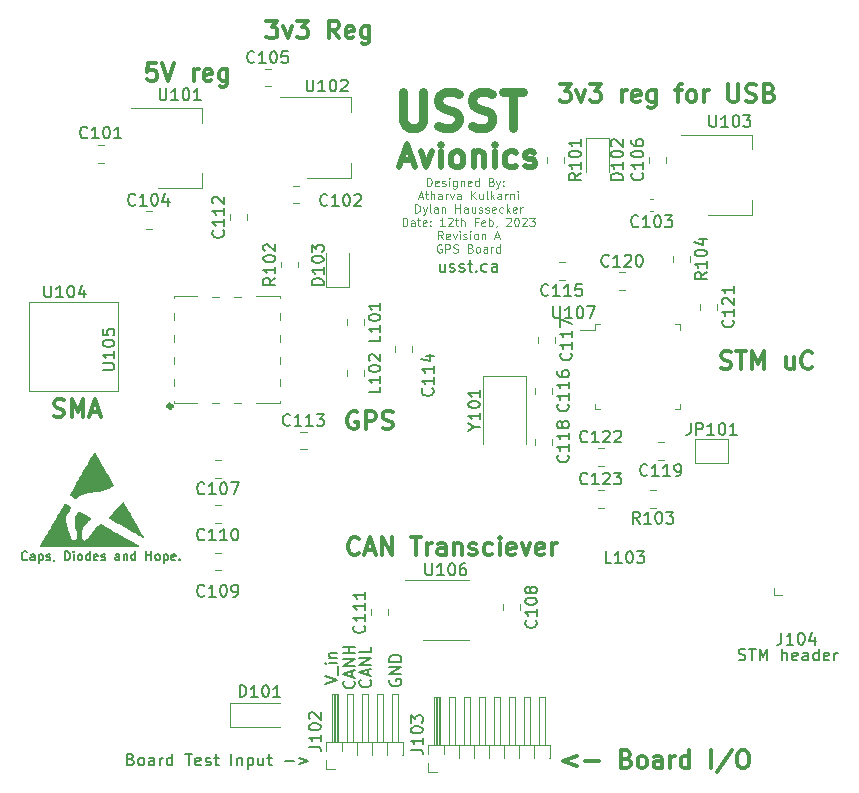
<source format=gbr>
%TF.GenerationSoftware,KiCad,Pcbnew,(6.0.7)*%
%TF.CreationDate,2023-02-12T17:06:42-05:00*%
%TF.ProjectId,GPS,4750532e-6b69-4636-9164-5f7063625858,rev?*%
%TF.SameCoordinates,Original*%
%TF.FileFunction,Legend,Top*%
%TF.FilePolarity,Positive*%
%FSLAX46Y46*%
G04 Gerber Fmt 4.6, Leading zero omitted, Abs format (unit mm)*
G04 Created by KiCad (PCBNEW (6.0.7)) date 2023-02-12 17:06:42*
%MOMM*%
%LPD*%
G01*
G04 APERTURE LIST*
%ADD10C,0.150000*%
%ADD11C,0.187500*%
%ADD12C,0.300000*%
%ADD13C,0.750000*%
%ADD14C,0.500000*%
%ADD15C,0.100000*%
%ADD16C,0.120000*%
%ADD17C,0.400000*%
%ADD18C,0.010000*%
G04 APERTURE END LIST*
D10*
X132088857Y-145724571D02*
X132231714Y-145772190D01*
X132279333Y-145819809D01*
X132326952Y-145915047D01*
X132326952Y-146057904D01*
X132279333Y-146153142D01*
X132231714Y-146200761D01*
X132136476Y-146248380D01*
X131755523Y-146248380D01*
X131755523Y-145248380D01*
X132088857Y-145248380D01*
X132184095Y-145296000D01*
X132231714Y-145343619D01*
X132279333Y-145438857D01*
X132279333Y-145534095D01*
X132231714Y-145629333D01*
X132184095Y-145676952D01*
X132088857Y-145724571D01*
X131755523Y-145724571D01*
X132898380Y-146248380D02*
X132803142Y-146200761D01*
X132755523Y-146153142D01*
X132707904Y-146057904D01*
X132707904Y-145772190D01*
X132755523Y-145676952D01*
X132803142Y-145629333D01*
X132898380Y-145581714D01*
X133041238Y-145581714D01*
X133136476Y-145629333D01*
X133184095Y-145676952D01*
X133231714Y-145772190D01*
X133231714Y-146057904D01*
X133184095Y-146153142D01*
X133136476Y-146200761D01*
X133041238Y-146248380D01*
X132898380Y-146248380D01*
X134088857Y-146248380D02*
X134088857Y-145724571D01*
X134041238Y-145629333D01*
X133946000Y-145581714D01*
X133755523Y-145581714D01*
X133660285Y-145629333D01*
X134088857Y-146200761D02*
X133993619Y-146248380D01*
X133755523Y-146248380D01*
X133660285Y-146200761D01*
X133612666Y-146105523D01*
X133612666Y-146010285D01*
X133660285Y-145915047D01*
X133755523Y-145867428D01*
X133993619Y-145867428D01*
X134088857Y-145819809D01*
X134565047Y-146248380D02*
X134565047Y-145581714D01*
X134565047Y-145772190D02*
X134612666Y-145676952D01*
X134660285Y-145629333D01*
X134755523Y-145581714D01*
X134850761Y-145581714D01*
X135612666Y-146248380D02*
X135612666Y-145248380D01*
X135612666Y-146200761D02*
X135517428Y-146248380D01*
X135326952Y-146248380D01*
X135231714Y-146200761D01*
X135184095Y-146153142D01*
X135136476Y-146057904D01*
X135136476Y-145772190D01*
X135184095Y-145676952D01*
X135231714Y-145629333D01*
X135326952Y-145581714D01*
X135517428Y-145581714D01*
X135612666Y-145629333D01*
X136707904Y-145248380D02*
X137279333Y-145248380D01*
X136993619Y-146248380D02*
X136993619Y-145248380D01*
X137993619Y-146200761D02*
X137898380Y-146248380D01*
X137707904Y-146248380D01*
X137612666Y-146200761D01*
X137565047Y-146105523D01*
X137565047Y-145724571D01*
X137612666Y-145629333D01*
X137707904Y-145581714D01*
X137898380Y-145581714D01*
X137993619Y-145629333D01*
X138041238Y-145724571D01*
X138041238Y-145819809D01*
X137565047Y-145915047D01*
X138422190Y-146200761D02*
X138517428Y-146248380D01*
X138707904Y-146248380D01*
X138803142Y-146200761D01*
X138850761Y-146105523D01*
X138850761Y-146057904D01*
X138803142Y-145962666D01*
X138707904Y-145915047D01*
X138565047Y-145915047D01*
X138469809Y-145867428D01*
X138422190Y-145772190D01*
X138422190Y-145724571D01*
X138469809Y-145629333D01*
X138565047Y-145581714D01*
X138707904Y-145581714D01*
X138803142Y-145629333D01*
X139136476Y-145581714D02*
X139517428Y-145581714D01*
X139279333Y-145248380D02*
X139279333Y-146105523D01*
X139326952Y-146200761D01*
X139422190Y-146248380D01*
X139517428Y-146248380D01*
X140612666Y-146248380D02*
X140612666Y-145248380D01*
X141088857Y-145581714D02*
X141088857Y-146248380D01*
X141088857Y-145676952D02*
X141136476Y-145629333D01*
X141231714Y-145581714D01*
X141374571Y-145581714D01*
X141469809Y-145629333D01*
X141517428Y-145724571D01*
X141517428Y-146248380D01*
X141993619Y-145581714D02*
X141993619Y-146581714D01*
X141993619Y-145629333D02*
X142088857Y-145581714D01*
X142279333Y-145581714D01*
X142374571Y-145629333D01*
X142422190Y-145676952D01*
X142469809Y-145772190D01*
X142469809Y-146057904D01*
X142422190Y-146153142D01*
X142374571Y-146200761D01*
X142279333Y-146248380D01*
X142088857Y-146248380D01*
X141993619Y-146200761D01*
X143326952Y-145581714D02*
X143326952Y-146248380D01*
X142898380Y-145581714D02*
X142898380Y-146105523D01*
X142946000Y-146200761D01*
X143041238Y-146248380D01*
X143184095Y-146248380D01*
X143279333Y-146200761D01*
X143326952Y-146153142D01*
X143660285Y-145581714D02*
X144041238Y-145581714D01*
X143803142Y-145248380D02*
X143803142Y-146105523D01*
X143850761Y-146200761D01*
X143946000Y-146248380D01*
X144041238Y-146248380D01*
X145136476Y-145867428D02*
X145898380Y-145867428D01*
X146374571Y-145581714D02*
X147136476Y-145867428D01*
X146374571Y-146153142D01*
X154033600Y-138980304D02*
X153985980Y-139075542D01*
X153985980Y-139218400D01*
X154033600Y-139361257D01*
X154128838Y-139456495D01*
X154224076Y-139504114D01*
X154414552Y-139551733D01*
X154557409Y-139551733D01*
X154747885Y-139504114D01*
X154843123Y-139456495D01*
X154938361Y-139361257D01*
X154985980Y-139218400D01*
X154985980Y-139123161D01*
X154938361Y-138980304D01*
X154890742Y-138932685D01*
X154557409Y-138932685D01*
X154557409Y-139123161D01*
X154985980Y-138504114D02*
X153985980Y-138504114D01*
X154985980Y-137932685D01*
X153985980Y-137932685D01*
X154985980Y-137456495D02*
X153985980Y-137456495D01*
X153985980Y-137218400D01*
X154033600Y-137075542D01*
X154128838Y-136980304D01*
X154224076Y-136932685D01*
X154414552Y-136885066D01*
X154557409Y-136885066D01*
X154747885Y-136932685D01*
X154843123Y-136980304D01*
X154938361Y-137075542D01*
X154985980Y-137218400D01*
X154985980Y-137456495D01*
D11*
X123307857Y-128791857D02*
X123272142Y-128827571D01*
X123165000Y-128863285D01*
X123093571Y-128863285D01*
X122986428Y-128827571D01*
X122915000Y-128756142D01*
X122879285Y-128684714D01*
X122843571Y-128541857D01*
X122843571Y-128434714D01*
X122879285Y-128291857D01*
X122915000Y-128220428D01*
X122986428Y-128149000D01*
X123093571Y-128113285D01*
X123165000Y-128113285D01*
X123272142Y-128149000D01*
X123307857Y-128184714D01*
X123950714Y-128863285D02*
X123950714Y-128470428D01*
X123915000Y-128399000D01*
X123843571Y-128363285D01*
X123700714Y-128363285D01*
X123629285Y-128399000D01*
X123950714Y-128827571D02*
X123879285Y-128863285D01*
X123700714Y-128863285D01*
X123629285Y-128827571D01*
X123593571Y-128756142D01*
X123593571Y-128684714D01*
X123629285Y-128613285D01*
X123700714Y-128577571D01*
X123879285Y-128577571D01*
X123950714Y-128541857D01*
X124307857Y-128363285D02*
X124307857Y-129113285D01*
X124307857Y-128399000D02*
X124379285Y-128363285D01*
X124522142Y-128363285D01*
X124593571Y-128399000D01*
X124629285Y-128434714D01*
X124665000Y-128506142D01*
X124665000Y-128720428D01*
X124629285Y-128791857D01*
X124593571Y-128827571D01*
X124522142Y-128863285D01*
X124379285Y-128863285D01*
X124307857Y-128827571D01*
X124950714Y-128827571D02*
X125022142Y-128863285D01*
X125165000Y-128863285D01*
X125236428Y-128827571D01*
X125272142Y-128756142D01*
X125272142Y-128720428D01*
X125236428Y-128649000D01*
X125165000Y-128613285D01*
X125057857Y-128613285D01*
X124986428Y-128577571D01*
X124950714Y-128506142D01*
X124950714Y-128470428D01*
X124986428Y-128399000D01*
X125057857Y-128363285D01*
X125165000Y-128363285D01*
X125236428Y-128399000D01*
X125629285Y-128827571D02*
X125629285Y-128863285D01*
X125593571Y-128934714D01*
X125557857Y-128970428D01*
X126522142Y-128863285D02*
X126522142Y-128113285D01*
X126700714Y-128113285D01*
X126807857Y-128149000D01*
X126879285Y-128220428D01*
X126915000Y-128291857D01*
X126950714Y-128434714D01*
X126950714Y-128541857D01*
X126915000Y-128684714D01*
X126879285Y-128756142D01*
X126807857Y-128827571D01*
X126700714Y-128863285D01*
X126522142Y-128863285D01*
X127272142Y-128863285D02*
X127272142Y-128363285D01*
X127272142Y-128113285D02*
X127236428Y-128149000D01*
X127272142Y-128184714D01*
X127307857Y-128149000D01*
X127272142Y-128113285D01*
X127272142Y-128184714D01*
X127736428Y-128863285D02*
X127665000Y-128827571D01*
X127629285Y-128791857D01*
X127593571Y-128720428D01*
X127593571Y-128506142D01*
X127629285Y-128434714D01*
X127665000Y-128399000D01*
X127736428Y-128363285D01*
X127843571Y-128363285D01*
X127915000Y-128399000D01*
X127950714Y-128434714D01*
X127986428Y-128506142D01*
X127986428Y-128720428D01*
X127950714Y-128791857D01*
X127915000Y-128827571D01*
X127843571Y-128863285D01*
X127736428Y-128863285D01*
X128629285Y-128863285D02*
X128629285Y-128113285D01*
X128629285Y-128827571D02*
X128557857Y-128863285D01*
X128415000Y-128863285D01*
X128343571Y-128827571D01*
X128307857Y-128791857D01*
X128272142Y-128720428D01*
X128272142Y-128506142D01*
X128307857Y-128434714D01*
X128343571Y-128399000D01*
X128415000Y-128363285D01*
X128557857Y-128363285D01*
X128629285Y-128399000D01*
X129272142Y-128827571D02*
X129200714Y-128863285D01*
X129057857Y-128863285D01*
X128986428Y-128827571D01*
X128950714Y-128756142D01*
X128950714Y-128470428D01*
X128986428Y-128399000D01*
X129057857Y-128363285D01*
X129200714Y-128363285D01*
X129272142Y-128399000D01*
X129307857Y-128470428D01*
X129307857Y-128541857D01*
X128950714Y-128613285D01*
X129593571Y-128827571D02*
X129665000Y-128863285D01*
X129807857Y-128863285D01*
X129879285Y-128827571D01*
X129915000Y-128756142D01*
X129915000Y-128720428D01*
X129879285Y-128649000D01*
X129807857Y-128613285D01*
X129700714Y-128613285D01*
X129629285Y-128577571D01*
X129593571Y-128506142D01*
X129593571Y-128470428D01*
X129629285Y-128399000D01*
X129700714Y-128363285D01*
X129807857Y-128363285D01*
X129879285Y-128399000D01*
X131129285Y-128863285D02*
X131129285Y-128470428D01*
X131093571Y-128399000D01*
X131022142Y-128363285D01*
X130879285Y-128363285D01*
X130807857Y-128399000D01*
X131129285Y-128827571D02*
X131057857Y-128863285D01*
X130879285Y-128863285D01*
X130807857Y-128827571D01*
X130772142Y-128756142D01*
X130772142Y-128684714D01*
X130807857Y-128613285D01*
X130879285Y-128577571D01*
X131057857Y-128577571D01*
X131129285Y-128541857D01*
X131486428Y-128363285D02*
X131486428Y-128863285D01*
X131486428Y-128434714D02*
X131522142Y-128399000D01*
X131593571Y-128363285D01*
X131700714Y-128363285D01*
X131772142Y-128399000D01*
X131807857Y-128470428D01*
X131807857Y-128863285D01*
X132486428Y-128863285D02*
X132486428Y-128113285D01*
X132486428Y-128827571D02*
X132415000Y-128863285D01*
X132272142Y-128863285D01*
X132200714Y-128827571D01*
X132165000Y-128791857D01*
X132129285Y-128720428D01*
X132129285Y-128506142D01*
X132165000Y-128434714D01*
X132200714Y-128399000D01*
X132272142Y-128363285D01*
X132415000Y-128363285D01*
X132486428Y-128399000D01*
X133415000Y-128863285D02*
X133415000Y-128113285D01*
X133415000Y-128470428D02*
X133843571Y-128470428D01*
X133843571Y-128863285D02*
X133843571Y-128113285D01*
X134307857Y-128863285D02*
X134236428Y-128827571D01*
X134200714Y-128791857D01*
X134165000Y-128720428D01*
X134165000Y-128506142D01*
X134200714Y-128434714D01*
X134236428Y-128399000D01*
X134307857Y-128363285D01*
X134415000Y-128363285D01*
X134486428Y-128399000D01*
X134522142Y-128434714D01*
X134557857Y-128506142D01*
X134557857Y-128720428D01*
X134522142Y-128791857D01*
X134486428Y-128827571D01*
X134415000Y-128863285D01*
X134307857Y-128863285D01*
X134879285Y-128363285D02*
X134879285Y-129113285D01*
X134879285Y-128399000D02*
X134950714Y-128363285D01*
X135093571Y-128363285D01*
X135165000Y-128399000D01*
X135200714Y-128434714D01*
X135236428Y-128506142D01*
X135236428Y-128720428D01*
X135200714Y-128791857D01*
X135165000Y-128827571D01*
X135093571Y-128863285D01*
X134950714Y-128863285D01*
X134879285Y-128827571D01*
X135843571Y-128827571D02*
X135772142Y-128863285D01*
X135629285Y-128863285D01*
X135557857Y-128827571D01*
X135522142Y-128756142D01*
X135522142Y-128470428D01*
X135557857Y-128399000D01*
X135629285Y-128363285D01*
X135772142Y-128363285D01*
X135843571Y-128399000D01*
X135879285Y-128470428D01*
X135879285Y-128541857D01*
X135522142Y-128613285D01*
X136200714Y-128791857D02*
X136236428Y-128827571D01*
X136200714Y-128863285D01*
X136165000Y-128827571D01*
X136200714Y-128791857D01*
X136200714Y-128863285D01*
D10*
X158680400Y-103785714D02*
X158680400Y-104452380D01*
X158251828Y-103785714D02*
X158251828Y-104309523D01*
X158299447Y-104404761D01*
X158394685Y-104452380D01*
X158537542Y-104452380D01*
X158632780Y-104404761D01*
X158680400Y-104357142D01*
X159108971Y-104404761D02*
X159204209Y-104452380D01*
X159394685Y-104452380D01*
X159489923Y-104404761D01*
X159537542Y-104309523D01*
X159537542Y-104261904D01*
X159489923Y-104166666D01*
X159394685Y-104119047D01*
X159251828Y-104119047D01*
X159156590Y-104071428D01*
X159108971Y-103976190D01*
X159108971Y-103928571D01*
X159156590Y-103833333D01*
X159251828Y-103785714D01*
X159394685Y-103785714D01*
X159489923Y-103833333D01*
X159918495Y-104404761D02*
X160013733Y-104452380D01*
X160204209Y-104452380D01*
X160299447Y-104404761D01*
X160347066Y-104309523D01*
X160347066Y-104261904D01*
X160299447Y-104166666D01*
X160204209Y-104119047D01*
X160061352Y-104119047D01*
X159966114Y-104071428D01*
X159918495Y-103976190D01*
X159918495Y-103928571D01*
X159966114Y-103833333D01*
X160061352Y-103785714D01*
X160204209Y-103785714D01*
X160299447Y-103833333D01*
X160632780Y-103785714D02*
X161013733Y-103785714D01*
X160775638Y-103452380D02*
X160775638Y-104309523D01*
X160823257Y-104404761D01*
X160918495Y-104452380D01*
X161013733Y-104452380D01*
X161347066Y-104357142D02*
X161394685Y-104404761D01*
X161347066Y-104452380D01*
X161299447Y-104404761D01*
X161347066Y-104357142D01*
X161347066Y-104452380D01*
X162251828Y-104404761D02*
X162156590Y-104452380D01*
X161966114Y-104452380D01*
X161870876Y-104404761D01*
X161823257Y-104357142D01*
X161775638Y-104261904D01*
X161775638Y-103976190D01*
X161823257Y-103880952D01*
X161870876Y-103833333D01*
X161966114Y-103785714D01*
X162156590Y-103785714D01*
X162251828Y-103833333D01*
X163108971Y-104452380D02*
X163108971Y-103928571D01*
X163061352Y-103833333D01*
X162966114Y-103785714D01*
X162775638Y-103785714D01*
X162680400Y-103833333D01*
X163108971Y-104404761D02*
X163013733Y-104452380D01*
X162775638Y-104452380D01*
X162680400Y-104404761D01*
X162632780Y-104309523D01*
X162632780Y-104214285D01*
X162680400Y-104119047D01*
X162775638Y-104071428D01*
X163013733Y-104071428D01*
X163108971Y-104023809D01*
X152350742Y-138995019D02*
X152398361Y-139042638D01*
X152445980Y-139185495D01*
X152445980Y-139280733D01*
X152398361Y-139423590D01*
X152303123Y-139518828D01*
X152207885Y-139566447D01*
X152017409Y-139614066D01*
X151874552Y-139614066D01*
X151684076Y-139566447D01*
X151588838Y-139518828D01*
X151493600Y-139423590D01*
X151445980Y-139280733D01*
X151445980Y-139185495D01*
X151493600Y-139042638D01*
X151541219Y-138995019D01*
X152160266Y-138614066D02*
X152160266Y-138137876D01*
X152445980Y-138709304D02*
X151445980Y-138375971D01*
X152445980Y-138042638D01*
X152445980Y-137709304D02*
X151445980Y-137709304D01*
X152445980Y-137137876D01*
X151445980Y-137137876D01*
X152445980Y-136185495D02*
X152445980Y-136661685D01*
X151445980Y-136661685D01*
D12*
X182070857Y-112621142D02*
X182285142Y-112692571D01*
X182642285Y-112692571D01*
X182785142Y-112621142D01*
X182856571Y-112549714D01*
X182928000Y-112406857D01*
X182928000Y-112264000D01*
X182856571Y-112121142D01*
X182785142Y-112049714D01*
X182642285Y-111978285D01*
X182356571Y-111906857D01*
X182213714Y-111835428D01*
X182142285Y-111764000D01*
X182070857Y-111621142D01*
X182070857Y-111478285D01*
X182142285Y-111335428D01*
X182213714Y-111264000D01*
X182356571Y-111192571D01*
X182713714Y-111192571D01*
X182928000Y-111264000D01*
X183356571Y-111192571D02*
X184213714Y-111192571D01*
X183785142Y-112692571D02*
X183785142Y-111192571D01*
X184713714Y-112692571D02*
X184713714Y-111192571D01*
X185213714Y-112264000D01*
X185713714Y-111192571D01*
X185713714Y-112692571D01*
X188213714Y-111692571D02*
X188213714Y-112692571D01*
X187570857Y-111692571D02*
X187570857Y-112478285D01*
X187642285Y-112621142D01*
X187785142Y-112692571D01*
X187999428Y-112692571D01*
X188142285Y-112621142D01*
X188213714Y-112549714D01*
X189785142Y-112549714D02*
X189713714Y-112621142D01*
X189499428Y-112692571D01*
X189356571Y-112692571D01*
X189142285Y-112621142D01*
X188999428Y-112478285D01*
X188928000Y-112335428D01*
X188856571Y-112049714D01*
X188856571Y-111835428D01*
X188928000Y-111549714D01*
X188999428Y-111406857D01*
X189142285Y-111264000D01*
X189356571Y-111192571D01*
X189499428Y-111192571D01*
X189713714Y-111264000D01*
X189785142Y-111335428D01*
D10*
X148550380Y-139369161D02*
X149550380Y-139035828D01*
X148550380Y-138702495D01*
X149645619Y-138607257D02*
X149645619Y-137845352D01*
X149550380Y-137607257D02*
X148883714Y-137607257D01*
X148550380Y-137607257D02*
X148598000Y-137654876D01*
X148645619Y-137607257D01*
X148598000Y-137559638D01*
X148550380Y-137607257D01*
X148645619Y-137607257D01*
X148883714Y-137131066D02*
X149550380Y-137131066D01*
X148978952Y-137131066D02*
X148931333Y-137083447D01*
X148883714Y-136988209D01*
X148883714Y-136845352D01*
X148931333Y-136750114D01*
X149026571Y-136702495D01*
X149550380Y-136702495D01*
D13*
X155142857Y-89238342D02*
X155142857Y-91666914D01*
X155285714Y-91952628D01*
X155428571Y-92095485D01*
X155714285Y-92238342D01*
X156285714Y-92238342D01*
X156571428Y-92095485D01*
X156714285Y-91952628D01*
X156857142Y-91666914D01*
X156857142Y-89238342D01*
X158142857Y-92095485D02*
X158571428Y-92238342D01*
X159285714Y-92238342D01*
X159571428Y-92095485D01*
X159714285Y-91952628D01*
X159857142Y-91666914D01*
X159857142Y-91381200D01*
X159714285Y-91095485D01*
X159571428Y-90952628D01*
X159285714Y-90809771D01*
X158714285Y-90666914D01*
X158428571Y-90524057D01*
X158285714Y-90381200D01*
X158142857Y-90095485D01*
X158142857Y-89809771D01*
X158285714Y-89524057D01*
X158428571Y-89381200D01*
X158714285Y-89238342D01*
X159428571Y-89238342D01*
X159857142Y-89381200D01*
X161000000Y-92095485D02*
X161428571Y-92238342D01*
X162142857Y-92238342D01*
X162428571Y-92095485D01*
X162571428Y-91952628D01*
X162714285Y-91666914D01*
X162714285Y-91381200D01*
X162571428Y-91095485D01*
X162428571Y-90952628D01*
X162142857Y-90809771D01*
X161571428Y-90666914D01*
X161285714Y-90524057D01*
X161142857Y-90381200D01*
X161000000Y-90095485D01*
X161000000Y-89809771D01*
X161142857Y-89524057D01*
X161285714Y-89381200D01*
X161571428Y-89238342D01*
X162285714Y-89238342D01*
X162714285Y-89381200D01*
X163571428Y-89238342D02*
X165285714Y-89238342D01*
X164428571Y-92238342D02*
X164428571Y-89238342D01*
D14*
X155013733Y-95024533D02*
X155966114Y-95024533D01*
X154823257Y-95595961D02*
X155489923Y-93595961D01*
X156156590Y-95595961D01*
X156632780Y-94262628D02*
X157108971Y-95595961D01*
X157585161Y-94262628D01*
X158347066Y-95595961D02*
X158347066Y-94262628D01*
X158347066Y-93595961D02*
X158251828Y-93691200D01*
X158347066Y-93786438D01*
X158442304Y-93691200D01*
X158347066Y-93595961D01*
X158347066Y-93786438D01*
X159585161Y-95595961D02*
X159394685Y-95500723D01*
X159299447Y-95405485D01*
X159204209Y-95215009D01*
X159204209Y-94643580D01*
X159299447Y-94453104D01*
X159394685Y-94357866D01*
X159585161Y-94262628D01*
X159870876Y-94262628D01*
X160061352Y-94357866D01*
X160156590Y-94453104D01*
X160251828Y-94643580D01*
X160251828Y-95215009D01*
X160156590Y-95405485D01*
X160061352Y-95500723D01*
X159870876Y-95595961D01*
X159585161Y-95595961D01*
X161108971Y-94262628D02*
X161108971Y-95595961D01*
X161108971Y-94453104D02*
X161204209Y-94357866D01*
X161394685Y-94262628D01*
X161680400Y-94262628D01*
X161870876Y-94357866D01*
X161966114Y-94548342D01*
X161966114Y-95595961D01*
X162918495Y-95595961D02*
X162918495Y-94262628D01*
X162918495Y-93595961D02*
X162823257Y-93691200D01*
X162918495Y-93786438D01*
X163013733Y-93691200D01*
X162918495Y-93595961D01*
X162918495Y-93786438D01*
X164728019Y-95500723D02*
X164537542Y-95595961D01*
X164156590Y-95595961D01*
X163966114Y-95500723D01*
X163870876Y-95405485D01*
X163775638Y-95215009D01*
X163775638Y-94643580D01*
X163870876Y-94453104D01*
X163966114Y-94357866D01*
X164156590Y-94262628D01*
X164537542Y-94262628D01*
X164728019Y-94357866D01*
X165489923Y-95500723D02*
X165680400Y-95595961D01*
X166061352Y-95595961D01*
X166251828Y-95500723D01*
X166347066Y-95310247D01*
X166347066Y-95215009D01*
X166251828Y-95024533D01*
X166061352Y-94929295D01*
X165775638Y-94929295D01*
X165585161Y-94834057D01*
X165489923Y-94643580D01*
X165489923Y-94548342D01*
X165585161Y-94357866D01*
X165775638Y-94262628D01*
X166061352Y-94262628D01*
X166251828Y-94357866D01*
D10*
X150979142Y-139088666D02*
X151026761Y-139136285D01*
X151074380Y-139279142D01*
X151074380Y-139374380D01*
X151026761Y-139517238D01*
X150931523Y-139612476D01*
X150836285Y-139660095D01*
X150645809Y-139707714D01*
X150502952Y-139707714D01*
X150312476Y-139660095D01*
X150217238Y-139612476D01*
X150122000Y-139517238D01*
X150074380Y-139374380D01*
X150074380Y-139279142D01*
X150122000Y-139136285D01*
X150169619Y-139088666D01*
X150788666Y-138707714D02*
X150788666Y-138231523D01*
X151074380Y-138802952D02*
X150074380Y-138469619D01*
X151074380Y-138136285D01*
X151074380Y-137802952D02*
X150074380Y-137802952D01*
X151074380Y-137231523D01*
X150074380Y-137231523D01*
X151074380Y-136755333D02*
X150074380Y-136755333D01*
X150550571Y-136755333D02*
X150550571Y-136183904D01*
X151074380Y-136183904D02*
X150074380Y-136183904D01*
D12*
X151400857Y-128297714D02*
X151329428Y-128369142D01*
X151115142Y-128440571D01*
X150972285Y-128440571D01*
X150758000Y-128369142D01*
X150615142Y-128226285D01*
X150543714Y-128083428D01*
X150472285Y-127797714D01*
X150472285Y-127583428D01*
X150543714Y-127297714D01*
X150615142Y-127154857D01*
X150758000Y-127012000D01*
X150972285Y-126940571D01*
X151115142Y-126940571D01*
X151329428Y-127012000D01*
X151400857Y-127083428D01*
X151972285Y-128012000D02*
X152686571Y-128012000D01*
X151829428Y-128440571D02*
X152329428Y-126940571D01*
X152829428Y-128440571D01*
X153329428Y-128440571D02*
X153329428Y-126940571D01*
X154186571Y-128440571D01*
X154186571Y-126940571D01*
X155829428Y-126940571D02*
X156686571Y-126940571D01*
X156258000Y-128440571D02*
X156258000Y-126940571D01*
X157186571Y-128440571D02*
X157186571Y-127440571D01*
X157186571Y-127726285D02*
X157258000Y-127583428D01*
X157329428Y-127512000D01*
X157472285Y-127440571D01*
X157615142Y-127440571D01*
X158758000Y-128440571D02*
X158758000Y-127654857D01*
X158686571Y-127512000D01*
X158543714Y-127440571D01*
X158258000Y-127440571D01*
X158115142Y-127512000D01*
X158758000Y-128369142D02*
X158615142Y-128440571D01*
X158258000Y-128440571D01*
X158115142Y-128369142D01*
X158043714Y-128226285D01*
X158043714Y-128083428D01*
X158115142Y-127940571D01*
X158258000Y-127869142D01*
X158615142Y-127869142D01*
X158758000Y-127797714D01*
X159472285Y-127440571D02*
X159472285Y-128440571D01*
X159472285Y-127583428D02*
X159543714Y-127512000D01*
X159686571Y-127440571D01*
X159900857Y-127440571D01*
X160043714Y-127512000D01*
X160115142Y-127654857D01*
X160115142Y-128440571D01*
X160758000Y-128369142D02*
X160900857Y-128440571D01*
X161186571Y-128440571D01*
X161329428Y-128369142D01*
X161400857Y-128226285D01*
X161400857Y-128154857D01*
X161329428Y-128012000D01*
X161186571Y-127940571D01*
X160972285Y-127940571D01*
X160829428Y-127869142D01*
X160758000Y-127726285D01*
X160758000Y-127654857D01*
X160829428Y-127512000D01*
X160972285Y-127440571D01*
X161186571Y-127440571D01*
X161329428Y-127512000D01*
X162686571Y-128369142D02*
X162543714Y-128440571D01*
X162258000Y-128440571D01*
X162115142Y-128369142D01*
X162043714Y-128297714D01*
X161972285Y-128154857D01*
X161972285Y-127726285D01*
X162043714Y-127583428D01*
X162115142Y-127512000D01*
X162258000Y-127440571D01*
X162543714Y-127440571D01*
X162686571Y-127512000D01*
X163329428Y-128440571D02*
X163329428Y-127440571D01*
X163329428Y-126940571D02*
X163258000Y-127012000D01*
X163329428Y-127083428D01*
X163400857Y-127012000D01*
X163329428Y-126940571D01*
X163329428Y-127083428D01*
X164615142Y-128369142D02*
X164472285Y-128440571D01*
X164186571Y-128440571D01*
X164043714Y-128369142D01*
X163972285Y-128226285D01*
X163972285Y-127654857D01*
X164043714Y-127512000D01*
X164186571Y-127440571D01*
X164472285Y-127440571D01*
X164615142Y-127512000D01*
X164686571Y-127654857D01*
X164686571Y-127797714D01*
X163972285Y-127940571D01*
X165186571Y-127440571D02*
X165543714Y-128440571D01*
X165900857Y-127440571D01*
X167043714Y-128369142D02*
X166900857Y-128440571D01*
X166615142Y-128440571D01*
X166472285Y-128369142D01*
X166400857Y-128226285D01*
X166400857Y-127654857D01*
X166472285Y-127512000D01*
X166615142Y-127440571D01*
X166900857Y-127440571D01*
X167043714Y-127512000D01*
X167115142Y-127654857D01*
X167115142Y-127797714D01*
X166400857Y-127940571D01*
X167758000Y-128440571D02*
X167758000Y-127440571D01*
X167758000Y-127726285D02*
X167829428Y-127583428D01*
X167900857Y-127512000D01*
X168043714Y-127440571D01*
X168186571Y-127440571D01*
D15*
X157180400Y-97190366D02*
X157180400Y-96490366D01*
X157347066Y-96490366D01*
X157447066Y-96523700D01*
X157513733Y-96590366D01*
X157547066Y-96657033D01*
X157580400Y-96790366D01*
X157580400Y-96890366D01*
X157547066Y-97023700D01*
X157513733Y-97090366D01*
X157447066Y-97157033D01*
X157347066Y-97190366D01*
X157180400Y-97190366D01*
X158147066Y-97157033D02*
X158080400Y-97190366D01*
X157947066Y-97190366D01*
X157880400Y-97157033D01*
X157847066Y-97090366D01*
X157847066Y-96823700D01*
X157880400Y-96757033D01*
X157947066Y-96723700D01*
X158080400Y-96723700D01*
X158147066Y-96757033D01*
X158180400Y-96823700D01*
X158180400Y-96890366D01*
X157847066Y-96957033D01*
X158447066Y-97157033D02*
X158513733Y-97190366D01*
X158647066Y-97190366D01*
X158713733Y-97157033D01*
X158747066Y-97090366D01*
X158747066Y-97057033D01*
X158713733Y-96990366D01*
X158647066Y-96957033D01*
X158547066Y-96957033D01*
X158480400Y-96923700D01*
X158447066Y-96857033D01*
X158447066Y-96823700D01*
X158480400Y-96757033D01*
X158547066Y-96723700D01*
X158647066Y-96723700D01*
X158713733Y-96757033D01*
X159047066Y-97190366D02*
X159047066Y-96723700D01*
X159047066Y-96490366D02*
X159013733Y-96523700D01*
X159047066Y-96557033D01*
X159080400Y-96523700D01*
X159047066Y-96490366D01*
X159047066Y-96557033D01*
X159680400Y-96723700D02*
X159680400Y-97290366D01*
X159647066Y-97357033D01*
X159613733Y-97390366D01*
X159547066Y-97423700D01*
X159447066Y-97423700D01*
X159380400Y-97390366D01*
X159680400Y-97157033D02*
X159613733Y-97190366D01*
X159480400Y-97190366D01*
X159413733Y-97157033D01*
X159380400Y-97123700D01*
X159347066Y-97057033D01*
X159347066Y-96857033D01*
X159380400Y-96790366D01*
X159413733Y-96757033D01*
X159480400Y-96723700D01*
X159613733Y-96723700D01*
X159680400Y-96757033D01*
X160013733Y-96723700D02*
X160013733Y-97190366D01*
X160013733Y-96790366D02*
X160047066Y-96757033D01*
X160113733Y-96723700D01*
X160213733Y-96723700D01*
X160280400Y-96757033D01*
X160313733Y-96823700D01*
X160313733Y-97190366D01*
X160913733Y-97157033D02*
X160847066Y-97190366D01*
X160713733Y-97190366D01*
X160647066Y-97157033D01*
X160613733Y-97090366D01*
X160613733Y-96823700D01*
X160647066Y-96757033D01*
X160713733Y-96723700D01*
X160847066Y-96723700D01*
X160913733Y-96757033D01*
X160947066Y-96823700D01*
X160947066Y-96890366D01*
X160613733Y-96957033D01*
X161547066Y-97190366D02*
X161547066Y-96490366D01*
X161547066Y-97157033D02*
X161480400Y-97190366D01*
X161347066Y-97190366D01*
X161280400Y-97157033D01*
X161247066Y-97123700D01*
X161213733Y-97057033D01*
X161213733Y-96857033D01*
X161247066Y-96790366D01*
X161280400Y-96757033D01*
X161347066Y-96723700D01*
X161480400Y-96723700D01*
X161547066Y-96757033D01*
X162647066Y-96823700D02*
X162747066Y-96857033D01*
X162780400Y-96890366D01*
X162813733Y-96957033D01*
X162813733Y-97057033D01*
X162780400Y-97123700D01*
X162747066Y-97157033D01*
X162680400Y-97190366D01*
X162413733Y-97190366D01*
X162413733Y-96490366D01*
X162647066Y-96490366D01*
X162713733Y-96523700D01*
X162747066Y-96557033D01*
X162780400Y-96623700D01*
X162780400Y-96690366D01*
X162747066Y-96757033D01*
X162713733Y-96790366D01*
X162647066Y-96823700D01*
X162413733Y-96823700D01*
X163047066Y-96723700D02*
X163213733Y-97190366D01*
X163380400Y-96723700D02*
X163213733Y-97190366D01*
X163147066Y-97357033D01*
X163113733Y-97390366D01*
X163047066Y-97423700D01*
X163647066Y-97123700D02*
X163680400Y-97157033D01*
X163647066Y-97190366D01*
X163613733Y-97157033D01*
X163647066Y-97123700D01*
X163647066Y-97190366D01*
X163647066Y-96757033D02*
X163680400Y-96790366D01*
X163647066Y-96823700D01*
X163613733Y-96790366D01*
X163647066Y-96757033D01*
X163647066Y-96823700D01*
X156463733Y-98117366D02*
X156797066Y-98117366D01*
X156397066Y-98317366D02*
X156630400Y-97617366D01*
X156863733Y-98317366D01*
X156997066Y-97850700D02*
X157263733Y-97850700D01*
X157097066Y-97617366D02*
X157097066Y-98217366D01*
X157130400Y-98284033D01*
X157197066Y-98317366D01*
X157263733Y-98317366D01*
X157497066Y-98317366D02*
X157497066Y-97617366D01*
X157797066Y-98317366D02*
X157797066Y-97950700D01*
X157763733Y-97884033D01*
X157697066Y-97850700D01*
X157597066Y-97850700D01*
X157530400Y-97884033D01*
X157497066Y-97917366D01*
X158430400Y-98317366D02*
X158430400Y-97950700D01*
X158397066Y-97884033D01*
X158330400Y-97850700D01*
X158197066Y-97850700D01*
X158130400Y-97884033D01*
X158430400Y-98284033D02*
X158363733Y-98317366D01*
X158197066Y-98317366D01*
X158130400Y-98284033D01*
X158097066Y-98217366D01*
X158097066Y-98150700D01*
X158130400Y-98084033D01*
X158197066Y-98050700D01*
X158363733Y-98050700D01*
X158430400Y-98017366D01*
X158763733Y-98317366D02*
X158763733Y-97850700D01*
X158763733Y-97984033D02*
X158797066Y-97917366D01*
X158830400Y-97884033D01*
X158897066Y-97850700D01*
X158963733Y-97850700D01*
X159130400Y-97850700D02*
X159297066Y-98317366D01*
X159463733Y-97850700D01*
X160030400Y-98317366D02*
X160030400Y-97950700D01*
X159997066Y-97884033D01*
X159930400Y-97850700D01*
X159797066Y-97850700D01*
X159730400Y-97884033D01*
X160030400Y-98284033D02*
X159963733Y-98317366D01*
X159797066Y-98317366D01*
X159730400Y-98284033D01*
X159697066Y-98217366D01*
X159697066Y-98150700D01*
X159730400Y-98084033D01*
X159797066Y-98050700D01*
X159963733Y-98050700D01*
X160030400Y-98017366D01*
X160897066Y-98317366D02*
X160897066Y-97617366D01*
X161297066Y-98317366D02*
X160997066Y-97917366D01*
X161297066Y-97617366D02*
X160897066Y-98017366D01*
X161897066Y-97850700D02*
X161897066Y-98317366D01*
X161597066Y-97850700D02*
X161597066Y-98217366D01*
X161630400Y-98284033D01*
X161697066Y-98317366D01*
X161797066Y-98317366D01*
X161863733Y-98284033D01*
X161897066Y-98250700D01*
X162330400Y-98317366D02*
X162263733Y-98284033D01*
X162230400Y-98217366D01*
X162230400Y-97617366D01*
X162597066Y-98317366D02*
X162597066Y-97617366D01*
X162663733Y-98050700D02*
X162863733Y-98317366D01*
X162863733Y-97850700D02*
X162597066Y-98117366D01*
X163463733Y-98317366D02*
X163463733Y-97950700D01*
X163430400Y-97884033D01*
X163363733Y-97850700D01*
X163230400Y-97850700D01*
X163163733Y-97884033D01*
X163463733Y-98284033D02*
X163397066Y-98317366D01*
X163230400Y-98317366D01*
X163163733Y-98284033D01*
X163130400Y-98217366D01*
X163130400Y-98150700D01*
X163163733Y-98084033D01*
X163230400Y-98050700D01*
X163397066Y-98050700D01*
X163463733Y-98017366D01*
X163797066Y-98317366D02*
X163797066Y-97850700D01*
X163797066Y-97984033D02*
X163830400Y-97917366D01*
X163863733Y-97884033D01*
X163930400Y-97850700D01*
X163997066Y-97850700D01*
X164230400Y-97850700D02*
X164230400Y-98317366D01*
X164230400Y-97917366D02*
X164263733Y-97884033D01*
X164330400Y-97850700D01*
X164430400Y-97850700D01*
X164497066Y-97884033D01*
X164530400Y-97950700D01*
X164530400Y-98317366D01*
X164863733Y-98317366D02*
X164863733Y-97850700D01*
X164863733Y-97617366D02*
X164830400Y-97650700D01*
X164863733Y-97684033D01*
X164897066Y-97650700D01*
X164863733Y-97617366D01*
X164863733Y-97684033D01*
X156180400Y-99444366D02*
X156180400Y-98744366D01*
X156347066Y-98744366D01*
X156447066Y-98777700D01*
X156513733Y-98844366D01*
X156547066Y-98911033D01*
X156580400Y-99044366D01*
X156580400Y-99144366D01*
X156547066Y-99277700D01*
X156513733Y-99344366D01*
X156447066Y-99411033D01*
X156347066Y-99444366D01*
X156180400Y-99444366D01*
X156813733Y-98977700D02*
X156980400Y-99444366D01*
X157147066Y-98977700D02*
X156980400Y-99444366D01*
X156913733Y-99611033D01*
X156880400Y-99644366D01*
X156813733Y-99677700D01*
X157513733Y-99444366D02*
X157447066Y-99411033D01*
X157413733Y-99344366D01*
X157413733Y-98744366D01*
X158080400Y-99444366D02*
X158080400Y-99077700D01*
X158047066Y-99011033D01*
X157980400Y-98977700D01*
X157847066Y-98977700D01*
X157780400Y-99011033D01*
X158080400Y-99411033D02*
X158013733Y-99444366D01*
X157847066Y-99444366D01*
X157780400Y-99411033D01*
X157747066Y-99344366D01*
X157747066Y-99277700D01*
X157780400Y-99211033D01*
X157847066Y-99177700D01*
X158013733Y-99177700D01*
X158080400Y-99144366D01*
X158413733Y-98977700D02*
X158413733Y-99444366D01*
X158413733Y-99044366D02*
X158447066Y-99011033D01*
X158513733Y-98977700D01*
X158613733Y-98977700D01*
X158680400Y-99011033D01*
X158713733Y-99077700D01*
X158713733Y-99444366D01*
X159580400Y-99444366D02*
X159580400Y-98744366D01*
X159580400Y-99077700D02*
X159980400Y-99077700D01*
X159980400Y-99444366D02*
X159980400Y-98744366D01*
X160613733Y-99444366D02*
X160613733Y-99077700D01*
X160580400Y-99011033D01*
X160513733Y-98977700D01*
X160380400Y-98977700D01*
X160313733Y-99011033D01*
X160613733Y-99411033D02*
X160547066Y-99444366D01*
X160380400Y-99444366D01*
X160313733Y-99411033D01*
X160280400Y-99344366D01*
X160280400Y-99277700D01*
X160313733Y-99211033D01*
X160380400Y-99177700D01*
X160547066Y-99177700D01*
X160613733Y-99144366D01*
X161247066Y-98977700D02*
X161247066Y-99444366D01*
X160947066Y-98977700D02*
X160947066Y-99344366D01*
X160980400Y-99411033D01*
X161047066Y-99444366D01*
X161147066Y-99444366D01*
X161213733Y-99411033D01*
X161247066Y-99377700D01*
X161547066Y-99411033D02*
X161613733Y-99444366D01*
X161747066Y-99444366D01*
X161813733Y-99411033D01*
X161847066Y-99344366D01*
X161847066Y-99311033D01*
X161813733Y-99244366D01*
X161747066Y-99211033D01*
X161647066Y-99211033D01*
X161580400Y-99177700D01*
X161547066Y-99111033D01*
X161547066Y-99077700D01*
X161580400Y-99011033D01*
X161647066Y-98977700D01*
X161747066Y-98977700D01*
X161813733Y-99011033D01*
X162113733Y-99411033D02*
X162180400Y-99444366D01*
X162313733Y-99444366D01*
X162380400Y-99411033D01*
X162413733Y-99344366D01*
X162413733Y-99311033D01*
X162380400Y-99244366D01*
X162313733Y-99211033D01*
X162213733Y-99211033D01*
X162147066Y-99177700D01*
X162113733Y-99111033D01*
X162113733Y-99077700D01*
X162147066Y-99011033D01*
X162213733Y-98977700D01*
X162313733Y-98977700D01*
X162380400Y-99011033D01*
X162980400Y-99411033D02*
X162913733Y-99444366D01*
X162780400Y-99444366D01*
X162713733Y-99411033D01*
X162680400Y-99344366D01*
X162680400Y-99077700D01*
X162713733Y-99011033D01*
X162780400Y-98977700D01*
X162913733Y-98977700D01*
X162980400Y-99011033D01*
X163013733Y-99077700D01*
X163013733Y-99144366D01*
X162680400Y-99211033D01*
X163613733Y-99411033D02*
X163547066Y-99444366D01*
X163413733Y-99444366D01*
X163347066Y-99411033D01*
X163313733Y-99377700D01*
X163280400Y-99311033D01*
X163280400Y-99111033D01*
X163313733Y-99044366D01*
X163347066Y-99011033D01*
X163413733Y-98977700D01*
X163547066Y-98977700D01*
X163613733Y-99011033D01*
X163913733Y-99444366D02*
X163913733Y-98744366D01*
X163980400Y-99177700D02*
X164180400Y-99444366D01*
X164180400Y-98977700D02*
X163913733Y-99244366D01*
X164747066Y-99411033D02*
X164680400Y-99444366D01*
X164547066Y-99444366D01*
X164480400Y-99411033D01*
X164447066Y-99344366D01*
X164447066Y-99077700D01*
X164480400Y-99011033D01*
X164547066Y-98977700D01*
X164680400Y-98977700D01*
X164747066Y-99011033D01*
X164780400Y-99077700D01*
X164780400Y-99144366D01*
X164447066Y-99211033D01*
X165080400Y-99444366D02*
X165080400Y-98977700D01*
X165080400Y-99111033D02*
X165113733Y-99044366D01*
X165147066Y-99011033D01*
X165213733Y-98977700D01*
X165280400Y-98977700D01*
X155113733Y-100571366D02*
X155113733Y-99871366D01*
X155280400Y-99871366D01*
X155380400Y-99904700D01*
X155447066Y-99971366D01*
X155480400Y-100038033D01*
X155513733Y-100171366D01*
X155513733Y-100271366D01*
X155480400Y-100404700D01*
X155447066Y-100471366D01*
X155380400Y-100538033D01*
X155280400Y-100571366D01*
X155113733Y-100571366D01*
X156113733Y-100571366D02*
X156113733Y-100204700D01*
X156080400Y-100138033D01*
X156013733Y-100104700D01*
X155880400Y-100104700D01*
X155813733Y-100138033D01*
X156113733Y-100538033D02*
X156047066Y-100571366D01*
X155880400Y-100571366D01*
X155813733Y-100538033D01*
X155780400Y-100471366D01*
X155780400Y-100404700D01*
X155813733Y-100338033D01*
X155880400Y-100304700D01*
X156047066Y-100304700D01*
X156113733Y-100271366D01*
X156347066Y-100104700D02*
X156613733Y-100104700D01*
X156447066Y-99871366D02*
X156447066Y-100471366D01*
X156480400Y-100538033D01*
X156547066Y-100571366D01*
X156613733Y-100571366D01*
X157113733Y-100538033D02*
X157047066Y-100571366D01*
X156913733Y-100571366D01*
X156847066Y-100538033D01*
X156813733Y-100471366D01*
X156813733Y-100204700D01*
X156847066Y-100138033D01*
X156913733Y-100104700D01*
X157047066Y-100104700D01*
X157113733Y-100138033D01*
X157147066Y-100204700D01*
X157147066Y-100271366D01*
X156813733Y-100338033D01*
X157447066Y-100504700D02*
X157480400Y-100538033D01*
X157447066Y-100571366D01*
X157413733Y-100538033D01*
X157447066Y-100504700D01*
X157447066Y-100571366D01*
X157447066Y-100138033D02*
X157480400Y-100171366D01*
X157447066Y-100204700D01*
X157413733Y-100171366D01*
X157447066Y-100138033D01*
X157447066Y-100204700D01*
X158680400Y-100571366D02*
X158280400Y-100571366D01*
X158480400Y-100571366D02*
X158480400Y-99871366D01*
X158413733Y-99971366D01*
X158347066Y-100038033D01*
X158280400Y-100071366D01*
X158947066Y-99938033D02*
X158980400Y-99904700D01*
X159047066Y-99871366D01*
X159213733Y-99871366D01*
X159280400Y-99904700D01*
X159313733Y-99938033D01*
X159347066Y-100004700D01*
X159347066Y-100071366D01*
X159313733Y-100171366D01*
X158913733Y-100571366D01*
X159347066Y-100571366D01*
X159547066Y-100104700D02*
X159813733Y-100104700D01*
X159647066Y-99871366D02*
X159647066Y-100471366D01*
X159680400Y-100538033D01*
X159747066Y-100571366D01*
X159813733Y-100571366D01*
X160047066Y-100571366D02*
X160047066Y-99871366D01*
X160347066Y-100571366D02*
X160347066Y-100204700D01*
X160313733Y-100138033D01*
X160247066Y-100104700D01*
X160147066Y-100104700D01*
X160080400Y-100138033D01*
X160047066Y-100171366D01*
X161447066Y-100204700D02*
X161213733Y-100204700D01*
X161213733Y-100571366D02*
X161213733Y-99871366D01*
X161547066Y-99871366D01*
X162080400Y-100538033D02*
X162013733Y-100571366D01*
X161880400Y-100571366D01*
X161813733Y-100538033D01*
X161780400Y-100471366D01*
X161780400Y-100204700D01*
X161813733Y-100138033D01*
X161880400Y-100104700D01*
X162013733Y-100104700D01*
X162080400Y-100138033D01*
X162113733Y-100204700D01*
X162113733Y-100271366D01*
X161780400Y-100338033D01*
X162413733Y-100571366D02*
X162413733Y-99871366D01*
X162413733Y-100138033D02*
X162480400Y-100104700D01*
X162613733Y-100104700D01*
X162680400Y-100138033D01*
X162713733Y-100171366D01*
X162747066Y-100238033D01*
X162747066Y-100438033D01*
X162713733Y-100504700D01*
X162680400Y-100538033D01*
X162613733Y-100571366D01*
X162480400Y-100571366D01*
X162413733Y-100538033D01*
X163080400Y-100538033D02*
X163080400Y-100571366D01*
X163047066Y-100638033D01*
X163013733Y-100671366D01*
X163880400Y-99938033D02*
X163913733Y-99904700D01*
X163980400Y-99871366D01*
X164147066Y-99871366D01*
X164213733Y-99904700D01*
X164247066Y-99938033D01*
X164280400Y-100004700D01*
X164280400Y-100071366D01*
X164247066Y-100171366D01*
X163847066Y-100571366D01*
X164280400Y-100571366D01*
X164713733Y-99871366D02*
X164780400Y-99871366D01*
X164847066Y-99904700D01*
X164880400Y-99938033D01*
X164913733Y-100004700D01*
X164947066Y-100138033D01*
X164947066Y-100304700D01*
X164913733Y-100438033D01*
X164880400Y-100504700D01*
X164847066Y-100538033D01*
X164780400Y-100571366D01*
X164713733Y-100571366D01*
X164647066Y-100538033D01*
X164613733Y-100504700D01*
X164580400Y-100438033D01*
X164547066Y-100304700D01*
X164547066Y-100138033D01*
X164580400Y-100004700D01*
X164613733Y-99938033D01*
X164647066Y-99904700D01*
X164713733Y-99871366D01*
X165213733Y-99938033D02*
X165247066Y-99904700D01*
X165313733Y-99871366D01*
X165480400Y-99871366D01*
X165547066Y-99904700D01*
X165580400Y-99938033D01*
X165613733Y-100004700D01*
X165613733Y-100071366D01*
X165580400Y-100171366D01*
X165180400Y-100571366D01*
X165613733Y-100571366D01*
X165847066Y-99871366D02*
X166280400Y-99871366D01*
X166047066Y-100138033D01*
X166147066Y-100138033D01*
X166213733Y-100171366D01*
X166247066Y-100204700D01*
X166280400Y-100271366D01*
X166280400Y-100438033D01*
X166247066Y-100504700D01*
X166213733Y-100538033D01*
X166147066Y-100571366D01*
X165947066Y-100571366D01*
X165880400Y-100538033D01*
X165847066Y-100504700D01*
X158513733Y-101698366D02*
X158280400Y-101365033D01*
X158113733Y-101698366D02*
X158113733Y-100998366D01*
X158380400Y-100998366D01*
X158447066Y-101031700D01*
X158480400Y-101065033D01*
X158513733Y-101131700D01*
X158513733Y-101231700D01*
X158480400Y-101298366D01*
X158447066Y-101331700D01*
X158380400Y-101365033D01*
X158113733Y-101365033D01*
X159080400Y-101665033D02*
X159013733Y-101698366D01*
X158880400Y-101698366D01*
X158813733Y-101665033D01*
X158780400Y-101598366D01*
X158780400Y-101331700D01*
X158813733Y-101265033D01*
X158880400Y-101231700D01*
X159013733Y-101231700D01*
X159080400Y-101265033D01*
X159113733Y-101331700D01*
X159113733Y-101398366D01*
X158780400Y-101465033D01*
X159347066Y-101231700D02*
X159513733Y-101698366D01*
X159680400Y-101231700D01*
X159947066Y-101698366D02*
X159947066Y-101231700D01*
X159947066Y-100998366D02*
X159913733Y-101031700D01*
X159947066Y-101065033D01*
X159980400Y-101031700D01*
X159947066Y-100998366D01*
X159947066Y-101065033D01*
X160247066Y-101665033D02*
X160313733Y-101698366D01*
X160447066Y-101698366D01*
X160513733Y-101665033D01*
X160547066Y-101598366D01*
X160547066Y-101565033D01*
X160513733Y-101498366D01*
X160447066Y-101465033D01*
X160347066Y-101465033D01*
X160280400Y-101431700D01*
X160247066Y-101365033D01*
X160247066Y-101331700D01*
X160280400Y-101265033D01*
X160347066Y-101231700D01*
X160447066Y-101231700D01*
X160513733Y-101265033D01*
X160847066Y-101698366D02*
X160847066Y-101231700D01*
X160847066Y-100998366D02*
X160813733Y-101031700D01*
X160847066Y-101065033D01*
X160880400Y-101031700D01*
X160847066Y-100998366D01*
X160847066Y-101065033D01*
X161280400Y-101698366D02*
X161213733Y-101665033D01*
X161180400Y-101631700D01*
X161147066Y-101565033D01*
X161147066Y-101365033D01*
X161180400Y-101298366D01*
X161213733Y-101265033D01*
X161280400Y-101231700D01*
X161380400Y-101231700D01*
X161447066Y-101265033D01*
X161480400Y-101298366D01*
X161513733Y-101365033D01*
X161513733Y-101565033D01*
X161480400Y-101631700D01*
X161447066Y-101665033D01*
X161380400Y-101698366D01*
X161280400Y-101698366D01*
X161813733Y-101231700D02*
X161813733Y-101698366D01*
X161813733Y-101298366D02*
X161847066Y-101265033D01*
X161913733Y-101231700D01*
X162013733Y-101231700D01*
X162080400Y-101265033D01*
X162113733Y-101331700D01*
X162113733Y-101698366D01*
X162947066Y-101498366D02*
X163280400Y-101498366D01*
X162880400Y-101698366D02*
X163113733Y-100998366D01*
X163347066Y-101698366D01*
X158397066Y-102158700D02*
X158330400Y-102125366D01*
X158230400Y-102125366D01*
X158130400Y-102158700D01*
X158063733Y-102225366D01*
X158030400Y-102292033D01*
X157997066Y-102425366D01*
X157997066Y-102525366D01*
X158030400Y-102658700D01*
X158063733Y-102725366D01*
X158130400Y-102792033D01*
X158230400Y-102825366D01*
X158297066Y-102825366D01*
X158397066Y-102792033D01*
X158430400Y-102758700D01*
X158430400Y-102525366D01*
X158297066Y-102525366D01*
X158730400Y-102825366D02*
X158730400Y-102125366D01*
X158997066Y-102125366D01*
X159063733Y-102158700D01*
X159097066Y-102192033D01*
X159130400Y-102258700D01*
X159130400Y-102358700D01*
X159097066Y-102425366D01*
X159063733Y-102458700D01*
X158997066Y-102492033D01*
X158730400Y-102492033D01*
X159397066Y-102792033D02*
X159497066Y-102825366D01*
X159663733Y-102825366D01*
X159730400Y-102792033D01*
X159763733Y-102758700D01*
X159797066Y-102692033D01*
X159797066Y-102625366D01*
X159763733Y-102558700D01*
X159730400Y-102525366D01*
X159663733Y-102492033D01*
X159530400Y-102458700D01*
X159463733Y-102425366D01*
X159430400Y-102392033D01*
X159397066Y-102325366D01*
X159397066Y-102258700D01*
X159430400Y-102192033D01*
X159463733Y-102158700D01*
X159530400Y-102125366D01*
X159697066Y-102125366D01*
X159797066Y-102158700D01*
X160863733Y-102458700D02*
X160963733Y-102492033D01*
X160997066Y-102525366D01*
X161030400Y-102592033D01*
X161030400Y-102692033D01*
X160997066Y-102758700D01*
X160963733Y-102792033D01*
X160897066Y-102825366D01*
X160630400Y-102825366D01*
X160630400Y-102125366D01*
X160863733Y-102125366D01*
X160930400Y-102158700D01*
X160963733Y-102192033D01*
X160997066Y-102258700D01*
X160997066Y-102325366D01*
X160963733Y-102392033D01*
X160930400Y-102425366D01*
X160863733Y-102458700D01*
X160630400Y-102458700D01*
X161430400Y-102825366D02*
X161363733Y-102792033D01*
X161330400Y-102758700D01*
X161297066Y-102692033D01*
X161297066Y-102492033D01*
X161330400Y-102425366D01*
X161363733Y-102392033D01*
X161430400Y-102358700D01*
X161530400Y-102358700D01*
X161597066Y-102392033D01*
X161630400Y-102425366D01*
X161663733Y-102492033D01*
X161663733Y-102692033D01*
X161630400Y-102758700D01*
X161597066Y-102792033D01*
X161530400Y-102825366D01*
X161430400Y-102825366D01*
X162263733Y-102825366D02*
X162263733Y-102458700D01*
X162230400Y-102392033D01*
X162163733Y-102358700D01*
X162030400Y-102358700D01*
X161963733Y-102392033D01*
X162263733Y-102792033D02*
X162197066Y-102825366D01*
X162030400Y-102825366D01*
X161963733Y-102792033D01*
X161930400Y-102725366D01*
X161930400Y-102658700D01*
X161963733Y-102592033D01*
X162030400Y-102558700D01*
X162197066Y-102558700D01*
X162263733Y-102525366D01*
X162597066Y-102825366D02*
X162597066Y-102358700D01*
X162597066Y-102492033D02*
X162630400Y-102425366D01*
X162663733Y-102392033D01*
X162730400Y-102358700D01*
X162797066Y-102358700D01*
X163330400Y-102825366D02*
X163330400Y-102125366D01*
X163330400Y-102792033D02*
X163263733Y-102825366D01*
X163130400Y-102825366D01*
X163063733Y-102792033D01*
X163030400Y-102758700D01*
X162997066Y-102692033D01*
X162997066Y-102492033D01*
X163030400Y-102425366D01*
X163063733Y-102392033D01*
X163130400Y-102358700D01*
X163263733Y-102358700D01*
X163330400Y-102392033D01*
D12*
X169851428Y-145474571D02*
X168708571Y-145903142D01*
X169851428Y-146331714D01*
X170565714Y-145903142D02*
X171708571Y-145903142D01*
X174065714Y-145688857D02*
X174280000Y-145760285D01*
X174351428Y-145831714D01*
X174422857Y-145974571D01*
X174422857Y-146188857D01*
X174351428Y-146331714D01*
X174280000Y-146403142D01*
X174137142Y-146474571D01*
X173565714Y-146474571D01*
X173565714Y-144974571D01*
X174065714Y-144974571D01*
X174208571Y-145046000D01*
X174280000Y-145117428D01*
X174351428Y-145260285D01*
X174351428Y-145403142D01*
X174280000Y-145546000D01*
X174208571Y-145617428D01*
X174065714Y-145688857D01*
X173565714Y-145688857D01*
X175280000Y-146474571D02*
X175137142Y-146403142D01*
X175065714Y-146331714D01*
X174994285Y-146188857D01*
X174994285Y-145760285D01*
X175065714Y-145617428D01*
X175137142Y-145546000D01*
X175280000Y-145474571D01*
X175494285Y-145474571D01*
X175637142Y-145546000D01*
X175708571Y-145617428D01*
X175780000Y-145760285D01*
X175780000Y-146188857D01*
X175708571Y-146331714D01*
X175637142Y-146403142D01*
X175494285Y-146474571D01*
X175280000Y-146474571D01*
X177065714Y-146474571D02*
X177065714Y-145688857D01*
X176994285Y-145546000D01*
X176851428Y-145474571D01*
X176565714Y-145474571D01*
X176422857Y-145546000D01*
X177065714Y-146403142D02*
X176922857Y-146474571D01*
X176565714Y-146474571D01*
X176422857Y-146403142D01*
X176351428Y-146260285D01*
X176351428Y-146117428D01*
X176422857Y-145974571D01*
X176565714Y-145903142D01*
X176922857Y-145903142D01*
X177065714Y-145831714D01*
X177780000Y-146474571D02*
X177780000Y-145474571D01*
X177780000Y-145760285D02*
X177851428Y-145617428D01*
X177922857Y-145546000D01*
X178065714Y-145474571D01*
X178208571Y-145474571D01*
X179351428Y-146474571D02*
X179351428Y-144974571D01*
X179351428Y-146403142D02*
X179208571Y-146474571D01*
X178922857Y-146474571D01*
X178780000Y-146403142D01*
X178708571Y-146331714D01*
X178637142Y-146188857D01*
X178637142Y-145760285D01*
X178708571Y-145617428D01*
X178780000Y-145546000D01*
X178922857Y-145474571D01*
X179208571Y-145474571D01*
X179351428Y-145546000D01*
X181208571Y-146474571D02*
X181208571Y-144974571D01*
X182994285Y-144903142D02*
X181708571Y-146831714D01*
X183780000Y-144974571D02*
X184065714Y-144974571D01*
X184208571Y-145046000D01*
X184351428Y-145188857D01*
X184422857Y-145474571D01*
X184422857Y-145974571D01*
X184351428Y-146260285D01*
X184208571Y-146403142D01*
X184065714Y-146474571D01*
X183780000Y-146474571D01*
X183637142Y-146403142D01*
X183494285Y-146260285D01*
X183422857Y-145974571D01*
X183422857Y-145474571D01*
X183494285Y-145188857D01*
X183637142Y-145046000D01*
X183780000Y-144974571D01*
X125579428Y-116685142D02*
X125793714Y-116756571D01*
X126150857Y-116756571D01*
X126293714Y-116685142D01*
X126365142Y-116613714D01*
X126436571Y-116470857D01*
X126436571Y-116328000D01*
X126365142Y-116185142D01*
X126293714Y-116113714D01*
X126150857Y-116042285D01*
X125865142Y-115970857D01*
X125722285Y-115899428D01*
X125650857Y-115828000D01*
X125579428Y-115685142D01*
X125579428Y-115542285D01*
X125650857Y-115399428D01*
X125722285Y-115328000D01*
X125865142Y-115256571D01*
X126222285Y-115256571D01*
X126436571Y-115328000D01*
X127079428Y-116756571D02*
X127079428Y-115256571D01*
X127579428Y-116328000D01*
X128079428Y-115256571D01*
X128079428Y-116756571D01*
X128722285Y-116328000D02*
X129436571Y-116328000D01*
X128579428Y-116756571D02*
X129079428Y-115256571D01*
X129579428Y-116756571D01*
X168392857Y-88586571D02*
X169321428Y-88586571D01*
X168821428Y-89158000D01*
X169035714Y-89158000D01*
X169178571Y-89229428D01*
X169250000Y-89300857D01*
X169321428Y-89443714D01*
X169321428Y-89800857D01*
X169250000Y-89943714D01*
X169178571Y-90015142D01*
X169035714Y-90086571D01*
X168607142Y-90086571D01*
X168464285Y-90015142D01*
X168392857Y-89943714D01*
X169821428Y-89086571D02*
X170178571Y-90086571D01*
X170535714Y-89086571D01*
X170964285Y-88586571D02*
X171892857Y-88586571D01*
X171392857Y-89158000D01*
X171607142Y-89158000D01*
X171750000Y-89229428D01*
X171821428Y-89300857D01*
X171892857Y-89443714D01*
X171892857Y-89800857D01*
X171821428Y-89943714D01*
X171750000Y-90015142D01*
X171607142Y-90086571D01*
X171178571Y-90086571D01*
X171035714Y-90015142D01*
X170964285Y-89943714D01*
X173678571Y-90086571D02*
X173678571Y-89086571D01*
X173678571Y-89372285D02*
X173750000Y-89229428D01*
X173821428Y-89158000D01*
X173964285Y-89086571D01*
X174107142Y-89086571D01*
X175178571Y-90015142D02*
X175035714Y-90086571D01*
X174750000Y-90086571D01*
X174607142Y-90015142D01*
X174535714Y-89872285D01*
X174535714Y-89300857D01*
X174607142Y-89158000D01*
X174750000Y-89086571D01*
X175035714Y-89086571D01*
X175178571Y-89158000D01*
X175250000Y-89300857D01*
X175250000Y-89443714D01*
X174535714Y-89586571D01*
X176535714Y-89086571D02*
X176535714Y-90300857D01*
X176464285Y-90443714D01*
X176392857Y-90515142D01*
X176250000Y-90586571D01*
X176035714Y-90586571D01*
X175892857Y-90515142D01*
X176535714Y-90015142D02*
X176392857Y-90086571D01*
X176107142Y-90086571D01*
X175964285Y-90015142D01*
X175892857Y-89943714D01*
X175821428Y-89800857D01*
X175821428Y-89372285D01*
X175892857Y-89229428D01*
X175964285Y-89158000D01*
X176107142Y-89086571D01*
X176392857Y-89086571D01*
X176535714Y-89158000D01*
X178178571Y-89086571D02*
X178750000Y-89086571D01*
X178392857Y-90086571D02*
X178392857Y-88800857D01*
X178464285Y-88658000D01*
X178607142Y-88586571D01*
X178750000Y-88586571D01*
X179464285Y-90086571D02*
X179321428Y-90015142D01*
X179250000Y-89943714D01*
X179178571Y-89800857D01*
X179178571Y-89372285D01*
X179250000Y-89229428D01*
X179321428Y-89158000D01*
X179464285Y-89086571D01*
X179678571Y-89086571D01*
X179821428Y-89158000D01*
X179892857Y-89229428D01*
X179964285Y-89372285D01*
X179964285Y-89800857D01*
X179892857Y-89943714D01*
X179821428Y-90015142D01*
X179678571Y-90086571D01*
X179464285Y-90086571D01*
X180607142Y-90086571D02*
X180607142Y-89086571D01*
X180607142Y-89372285D02*
X180678571Y-89229428D01*
X180750000Y-89158000D01*
X180892857Y-89086571D01*
X181035714Y-89086571D01*
X182678571Y-88586571D02*
X182678571Y-89800857D01*
X182750000Y-89943714D01*
X182821428Y-90015142D01*
X182964285Y-90086571D01*
X183250000Y-90086571D01*
X183392857Y-90015142D01*
X183464285Y-89943714D01*
X183535714Y-89800857D01*
X183535714Y-88586571D01*
X184178571Y-90015142D02*
X184392857Y-90086571D01*
X184750000Y-90086571D01*
X184892857Y-90015142D01*
X184964285Y-89943714D01*
X185035714Y-89800857D01*
X185035714Y-89658000D01*
X184964285Y-89515142D01*
X184892857Y-89443714D01*
X184750000Y-89372285D01*
X184464285Y-89300857D01*
X184321428Y-89229428D01*
X184250000Y-89158000D01*
X184178571Y-89015142D01*
X184178571Y-88872285D01*
X184250000Y-88729428D01*
X184321428Y-88658000D01*
X184464285Y-88586571D01*
X184821428Y-88586571D01*
X185035714Y-88658000D01*
X186178571Y-89300857D02*
X186392857Y-89372285D01*
X186464285Y-89443714D01*
X186535714Y-89586571D01*
X186535714Y-89800857D01*
X186464285Y-89943714D01*
X186392857Y-90015142D01*
X186250000Y-90086571D01*
X185678571Y-90086571D01*
X185678571Y-88586571D01*
X186178571Y-88586571D01*
X186321428Y-88658000D01*
X186392857Y-88729428D01*
X186464285Y-88872285D01*
X186464285Y-89015142D01*
X186392857Y-89158000D01*
X186321428Y-89229428D01*
X186178571Y-89300857D01*
X185678571Y-89300857D01*
X151265142Y-116344000D02*
X151122285Y-116272571D01*
X150908000Y-116272571D01*
X150693714Y-116344000D01*
X150550857Y-116486857D01*
X150479428Y-116629714D01*
X150408000Y-116915428D01*
X150408000Y-117129714D01*
X150479428Y-117415428D01*
X150550857Y-117558285D01*
X150693714Y-117701142D01*
X150908000Y-117772571D01*
X151050857Y-117772571D01*
X151265142Y-117701142D01*
X151336571Y-117629714D01*
X151336571Y-117129714D01*
X151050857Y-117129714D01*
X151979428Y-117772571D02*
X151979428Y-116272571D01*
X152550857Y-116272571D01*
X152693714Y-116344000D01*
X152765142Y-116415428D01*
X152836571Y-116558285D01*
X152836571Y-116772571D01*
X152765142Y-116915428D01*
X152693714Y-116986857D01*
X152550857Y-117058285D01*
X151979428Y-117058285D01*
X153408000Y-117701142D02*
X153622285Y-117772571D01*
X153979428Y-117772571D01*
X154122285Y-117701142D01*
X154193714Y-117629714D01*
X154265142Y-117486857D01*
X154265142Y-117344000D01*
X154193714Y-117201142D01*
X154122285Y-117129714D01*
X153979428Y-117058285D01*
X153693714Y-116986857D01*
X153550857Y-116915428D01*
X153479428Y-116844000D01*
X153408000Y-116701142D01*
X153408000Y-116558285D01*
X153479428Y-116415428D01*
X153550857Y-116344000D01*
X153693714Y-116272571D01*
X154050857Y-116272571D01*
X154265142Y-116344000D01*
X143577228Y-83178571D02*
X144505800Y-83178571D01*
X144005800Y-83750000D01*
X144220085Y-83750000D01*
X144362942Y-83821428D01*
X144434371Y-83892857D01*
X144505800Y-84035714D01*
X144505800Y-84392857D01*
X144434371Y-84535714D01*
X144362942Y-84607142D01*
X144220085Y-84678571D01*
X143791514Y-84678571D01*
X143648657Y-84607142D01*
X143577228Y-84535714D01*
X145005800Y-83678571D02*
X145362942Y-84678571D01*
X145720085Y-83678571D01*
X146148657Y-83178571D02*
X147077228Y-83178571D01*
X146577228Y-83750000D01*
X146791514Y-83750000D01*
X146934371Y-83821428D01*
X147005800Y-83892857D01*
X147077228Y-84035714D01*
X147077228Y-84392857D01*
X147005800Y-84535714D01*
X146934371Y-84607142D01*
X146791514Y-84678571D01*
X146362942Y-84678571D01*
X146220085Y-84607142D01*
X146148657Y-84535714D01*
X149720085Y-84678571D02*
X149220085Y-83964285D01*
X148862942Y-84678571D02*
X148862942Y-83178571D01*
X149434371Y-83178571D01*
X149577228Y-83250000D01*
X149648657Y-83321428D01*
X149720085Y-83464285D01*
X149720085Y-83678571D01*
X149648657Y-83821428D01*
X149577228Y-83892857D01*
X149434371Y-83964285D01*
X148862942Y-83964285D01*
X150934371Y-84607142D02*
X150791514Y-84678571D01*
X150505800Y-84678571D01*
X150362942Y-84607142D01*
X150291514Y-84464285D01*
X150291514Y-83892857D01*
X150362942Y-83750000D01*
X150505800Y-83678571D01*
X150791514Y-83678571D01*
X150934371Y-83750000D01*
X151005800Y-83892857D01*
X151005800Y-84035714D01*
X150291514Y-84178571D01*
X152291514Y-83678571D02*
X152291514Y-84892857D01*
X152220085Y-85035714D01*
X152148657Y-85107142D01*
X152005800Y-85178571D01*
X151791514Y-85178571D01*
X151648657Y-85107142D01*
X152291514Y-84607142D02*
X152148657Y-84678571D01*
X151862942Y-84678571D01*
X151720085Y-84607142D01*
X151648657Y-84535714D01*
X151577228Y-84392857D01*
X151577228Y-83964285D01*
X151648657Y-83821428D01*
X151720085Y-83750000D01*
X151862942Y-83678571D01*
X152148657Y-83678571D01*
X152291514Y-83750000D01*
D10*
X183563142Y-137310761D02*
X183706000Y-137358380D01*
X183944095Y-137358380D01*
X184039333Y-137310761D01*
X184086952Y-137263142D01*
X184134571Y-137167904D01*
X184134571Y-137072666D01*
X184086952Y-136977428D01*
X184039333Y-136929809D01*
X183944095Y-136882190D01*
X183753619Y-136834571D01*
X183658380Y-136786952D01*
X183610761Y-136739333D01*
X183563142Y-136644095D01*
X183563142Y-136548857D01*
X183610761Y-136453619D01*
X183658380Y-136406000D01*
X183753619Y-136358380D01*
X183991714Y-136358380D01*
X184134571Y-136406000D01*
X184420285Y-136358380D02*
X184991714Y-136358380D01*
X184706000Y-137358380D02*
X184706000Y-136358380D01*
X185325047Y-137358380D02*
X185325047Y-136358380D01*
X185658380Y-137072666D01*
X185991714Y-136358380D01*
X185991714Y-137358380D01*
X187229809Y-137358380D02*
X187229809Y-136358380D01*
X187658380Y-137358380D02*
X187658380Y-136834571D01*
X187610761Y-136739333D01*
X187515523Y-136691714D01*
X187372666Y-136691714D01*
X187277428Y-136739333D01*
X187229809Y-136786952D01*
X188515523Y-137310761D02*
X188420285Y-137358380D01*
X188229809Y-137358380D01*
X188134571Y-137310761D01*
X188086952Y-137215523D01*
X188086952Y-136834571D01*
X188134571Y-136739333D01*
X188229809Y-136691714D01*
X188420285Y-136691714D01*
X188515523Y-136739333D01*
X188563142Y-136834571D01*
X188563142Y-136929809D01*
X188086952Y-137025047D01*
X189420285Y-137358380D02*
X189420285Y-136834571D01*
X189372666Y-136739333D01*
X189277428Y-136691714D01*
X189086952Y-136691714D01*
X188991714Y-136739333D01*
X189420285Y-137310761D02*
X189325047Y-137358380D01*
X189086952Y-137358380D01*
X188991714Y-137310761D01*
X188944095Y-137215523D01*
X188944095Y-137120285D01*
X188991714Y-137025047D01*
X189086952Y-136977428D01*
X189325047Y-136977428D01*
X189420285Y-136929809D01*
X190325047Y-137358380D02*
X190325047Y-136358380D01*
X190325047Y-137310761D02*
X190229809Y-137358380D01*
X190039333Y-137358380D01*
X189944095Y-137310761D01*
X189896476Y-137263142D01*
X189848857Y-137167904D01*
X189848857Y-136882190D01*
X189896476Y-136786952D01*
X189944095Y-136739333D01*
X190039333Y-136691714D01*
X190229809Y-136691714D01*
X190325047Y-136739333D01*
X191182190Y-137310761D02*
X191086952Y-137358380D01*
X190896476Y-137358380D01*
X190801238Y-137310761D01*
X190753619Y-137215523D01*
X190753619Y-136834571D01*
X190801238Y-136739333D01*
X190896476Y-136691714D01*
X191086952Y-136691714D01*
X191182190Y-136739333D01*
X191229809Y-136834571D01*
X191229809Y-136929809D01*
X190753619Y-137025047D01*
X191658380Y-137358380D02*
X191658380Y-136691714D01*
X191658380Y-136882190D02*
X191706000Y-136786952D01*
X191753619Y-136739333D01*
X191848857Y-136691714D01*
X191944095Y-136691714D01*
D12*
X134263142Y-86808571D02*
X133548857Y-86808571D01*
X133477428Y-87522857D01*
X133548857Y-87451428D01*
X133691714Y-87380000D01*
X134048857Y-87380000D01*
X134191714Y-87451428D01*
X134263142Y-87522857D01*
X134334571Y-87665714D01*
X134334571Y-88022857D01*
X134263142Y-88165714D01*
X134191714Y-88237142D01*
X134048857Y-88308571D01*
X133691714Y-88308571D01*
X133548857Y-88237142D01*
X133477428Y-88165714D01*
X134763142Y-86808571D02*
X135263142Y-88308571D01*
X135763142Y-86808571D01*
X137406000Y-88308571D02*
X137406000Y-87308571D01*
X137406000Y-87594285D02*
X137477428Y-87451428D01*
X137548857Y-87380000D01*
X137691714Y-87308571D01*
X137834571Y-87308571D01*
X138906000Y-88237142D02*
X138763142Y-88308571D01*
X138477428Y-88308571D01*
X138334571Y-88237142D01*
X138263142Y-88094285D01*
X138263142Y-87522857D01*
X138334571Y-87380000D01*
X138477428Y-87308571D01*
X138763142Y-87308571D01*
X138906000Y-87380000D01*
X138977428Y-87522857D01*
X138977428Y-87665714D01*
X138263142Y-87808571D01*
X140263142Y-87308571D02*
X140263142Y-88522857D01*
X140191714Y-88665714D01*
X140120285Y-88737142D01*
X139977428Y-88808571D01*
X139763142Y-88808571D01*
X139620285Y-88737142D01*
X140263142Y-88237142D02*
X140120285Y-88308571D01*
X139834571Y-88308571D01*
X139691714Y-88237142D01*
X139620285Y-88165714D01*
X139548857Y-88022857D01*
X139548857Y-87594285D01*
X139620285Y-87451428D01*
X139691714Y-87380000D01*
X139834571Y-87308571D01*
X140120285Y-87308571D01*
X140263142Y-87380000D01*
D10*
%TO.C,C110*%
X138326952Y-127103142D02*
X138279333Y-127150761D01*
X138136476Y-127198380D01*
X138041238Y-127198380D01*
X137898380Y-127150761D01*
X137803142Y-127055523D01*
X137755523Y-126960285D01*
X137707904Y-126769809D01*
X137707904Y-126626952D01*
X137755523Y-126436476D01*
X137803142Y-126341238D01*
X137898380Y-126246000D01*
X138041238Y-126198380D01*
X138136476Y-126198380D01*
X138279333Y-126246000D01*
X138326952Y-126293619D01*
X139279333Y-127198380D02*
X138707904Y-127198380D01*
X138993619Y-127198380D02*
X138993619Y-126198380D01*
X138898380Y-126341238D01*
X138803142Y-126436476D01*
X138707904Y-126484095D01*
X140231714Y-127198380D02*
X139660285Y-127198380D01*
X139946000Y-127198380D02*
X139946000Y-126198380D01*
X139850761Y-126341238D01*
X139755523Y-126436476D01*
X139660285Y-126484095D01*
X140850761Y-126198380D02*
X140946000Y-126198380D01*
X141041238Y-126246000D01*
X141088857Y-126293619D01*
X141136476Y-126388857D01*
X141184095Y-126579333D01*
X141184095Y-126817428D01*
X141136476Y-127007904D01*
X141088857Y-127103142D01*
X141041238Y-127150761D01*
X140946000Y-127198380D01*
X140850761Y-127198380D01*
X140755523Y-127150761D01*
X140707904Y-127103142D01*
X140660285Y-127007904D01*
X140612666Y-126817428D01*
X140612666Y-126579333D01*
X140660285Y-126388857D01*
X140707904Y-126293619D01*
X140755523Y-126246000D01*
X140850761Y-126198380D01*
%TO.C,C118*%
X169086942Y-119969047D02*
X169134561Y-120016666D01*
X169182180Y-120159523D01*
X169182180Y-120254761D01*
X169134561Y-120397619D01*
X169039323Y-120492857D01*
X168944085Y-120540476D01*
X168753609Y-120588095D01*
X168610752Y-120588095D01*
X168420276Y-120540476D01*
X168325038Y-120492857D01*
X168229800Y-120397619D01*
X168182180Y-120254761D01*
X168182180Y-120159523D01*
X168229800Y-120016666D01*
X168277419Y-119969047D01*
X169182180Y-119016666D02*
X169182180Y-119588095D01*
X169182180Y-119302380D02*
X168182180Y-119302380D01*
X168325038Y-119397619D01*
X168420276Y-119492857D01*
X168467895Y-119588095D01*
X169182180Y-118064285D02*
X169182180Y-118635714D01*
X169182180Y-118350000D02*
X168182180Y-118350000D01*
X168325038Y-118445238D01*
X168420276Y-118540476D01*
X168467895Y-118635714D01*
X168610752Y-117492857D02*
X168563133Y-117588095D01*
X168515514Y-117635714D01*
X168420276Y-117683333D01*
X168372657Y-117683333D01*
X168277419Y-117635714D01*
X168229800Y-117588095D01*
X168182180Y-117492857D01*
X168182180Y-117302380D01*
X168229800Y-117207142D01*
X168277419Y-117159523D01*
X168372657Y-117111904D01*
X168420276Y-117111904D01*
X168515514Y-117159523D01*
X168563133Y-117207142D01*
X168610752Y-117302380D01*
X168610752Y-117492857D01*
X168658371Y-117588095D01*
X168705990Y-117635714D01*
X168801228Y-117683333D01*
X168991704Y-117683333D01*
X169086942Y-117635714D01*
X169134561Y-117588095D01*
X169182180Y-117492857D01*
X169182180Y-117302380D01*
X169134561Y-117207142D01*
X169086942Y-117159523D01*
X168991704Y-117111904D01*
X168801228Y-117111904D01*
X168705990Y-117159523D01*
X168658371Y-117207142D01*
X168610752Y-117302380D01*
%TO.C,C123*%
X170756752Y-122353142D02*
X170709133Y-122400761D01*
X170566276Y-122448380D01*
X170471038Y-122448380D01*
X170328180Y-122400761D01*
X170232942Y-122305523D01*
X170185323Y-122210285D01*
X170137704Y-122019809D01*
X170137704Y-121876952D01*
X170185323Y-121686476D01*
X170232942Y-121591238D01*
X170328180Y-121496000D01*
X170471038Y-121448380D01*
X170566276Y-121448380D01*
X170709133Y-121496000D01*
X170756752Y-121543619D01*
X171709133Y-122448380D02*
X171137704Y-122448380D01*
X171423419Y-122448380D02*
X171423419Y-121448380D01*
X171328180Y-121591238D01*
X171232942Y-121686476D01*
X171137704Y-121734095D01*
X172090085Y-121543619D02*
X172137704Y-121496000D01*
X172232942Y-121448380D01*
X172471038Y-121448380D01*
X172566276Y-121496000D01*
X172613895Y-121543619D01*
X172661514Y-121638857D01*
X172661514Y-121734095D01*
X172613895Y-121876952D01*
X172042466Y-122448380D01*
X172661514Y-122448380D01*
X172994847Y-121448380D02*
X173613895Y-121448380D01*
X173280561Y-121829333D01*
X173423419Y-121829333D01*
X173518657Y-121876952D01*
X173566276Y-121924571D01*
X173613895Y-122019809D01*
X173613895Y-122257904D01*
X173566276Y-122353142D01*
X173518657Y-122400761D01*
X173423419Y-122448380D01*
X173137704Y-122448380D01*
X173042466Y-122400761D01*
X172994847Y-122353142D01*
%TO.C,D101*%
X141309523Y-140452380D02*
X141309523Y-139452380D01*
X141547619Y-139452380D01*
X141690476Y-139500000D01*
X141785714Y-139595238D01*
X141833333Y-139690476D01*
X141880952Y-139880952D01*
X141880952Y-140023809D01*
X141833333Y-140214285D01*
X141785714Y-140309523D01*
X141690476Y-140404761D01*
X141547619Y-140452380D01*
X141309523Y-140452380D01*
X142833333Y-140452380D02*
X142261904Y-140452380D01*
X142547619Y-140452380D02*
X142547619Y-139452380D01*
X142452380Y-139595238D01*
X142357142Y-139690476D01*
X142261904Y-139738095D01*
X143452380Y-139452380D02*
X143547619Y-139452380D01*
X143642857Y-139500000D01*
X143690476Y-139547619D01*
X143738095Y-139642857D01*
X143785714Y-139833333D01*
X143785714Y-140071428D01*
X143738095Y-140261904D01*
X143690476Y-140357142D01*
X143642857Y-140404761D01*
X143547619Y-140452380D01*
X143452380Y-140452380D01*
X143357142Y-140404761D01*
X143309523Y-140357142D01*
X143261904Y-140261904D01*
X143214285Y-140071428D01*
X143214285Y-139833333D01*
X143261904Y-139642857D01*
X143309523Y-139547619D01*
X143357142Y-139500000D01*
X143452380Y-139452380D01*
X144738095Y-140452380D02*
X144166666Y-140452380D01*
X144452380Y-140452380D02*
X144452380Y-139452380D01*
X144357142Y-139595238D01*
X144261904Y-139690476D01*
X144166666Y-139738095D01*
%TO.C,JP101*%
X179488085Y-117264380D02*
X179488085Y-117978666D01*
X179440466Y-118121523D01*
X179345228Y-118216761D01*
X179202371Y-118264380D01*
X179107133Y-118264380D01*
X179964276Y-118264380D02*
X179964276Y-117264380D01*
X180345228Y-117264380D01*
X180440466Y-117312000D01*
X180488085Y-117359619D01*
X180535704Y-117454857D01*
X180535704Y-117597714D01*
X180488085Y-117692952D01*
X180440466Y-117740571D01*
X180345228Y-117788190D01*
X179964276Y-117788190D01*
X181488085Y-118264380D02*
X180916657Y-118264380D01*
X181202371Y-118264380D02*
X181202371Y-117264380D01*
X181107133Y-117407238D01*
X181011895Y-117502476D01*
X180916657Y-117550095D01*
X182107133Y-117264380D02*
X182202371Y-117264380D01*
X182297609Y-117312000D01*
X182345228Y-117359619D01*
X182392847Y-117454857D01*
X182440466Y-117645333D01*
X182440466Y-117883428D01*
X182392847Y-118073904D01*
X182345228Y-118169142D01*
X182297609Y-118216761D01*
X182202371Y-118264380D01*
X182107133Y-118264380D01*
X182011895Y-118216761D01*
X181964276Y-118169142D01*
X181916657Y-118073904D01*
X181869038Y-117883428D01*
X181869038Y-117645333D01*
X181916657Y-117454857D01*
X181964276Y-117359619D01*
X182011895Y-117312000D01*
X182107133Y-117264380D01*
X183392847Y-118264380D02*
X182821419Y-118264380D01*
X183107133Y-118264380D02*
X183107133Y-117264380D01*
X183011895Y-117407238D01*
X182916657Y-117502476D01*
X182821419Y-117550095D01*
%TO.C,C122*%
X170756752Y-118797142D02*
X170709133Y-118844761D01*
X170566276Y-118892380D01*
X170471038Y-118892380D01*
X170328180Y-118844761D01*
X170232942Y-118749523D01*
X170185323Y-118654285D01*
X170137704Y-118463809D01*
X170137704Y-118320952D01*
X170185323Y-118130476D01*
X170232942Y-118035238D01*
X170328180Y-117940000D01*
X170471038Y-117892380D01*
X170566276Y-117892380D01*
X170709133Y-117940000D01*
X170756752Y-117987619D01*
X171709133Y-118892380D02*
X171137704Y-118892380D01*
X171423419Y-118892380D02*
X171423419Y-117892380D01*
X171328180Y-118035238D01*
X171232942Y-118130476D01*
X171137704Y-118178095D01*
X172090085Y-117987619D02*
X172137704Y-117940000D01*
X172232942Y-117892380D01*
X172471038Y-117892380D01*
X172566276Y-117940000D01*
X172613895Y-117987619D01*
X172661514Y-118082857D01*
X172661514Y-118178095D01*
X172613895Y-118320952D01*
X172042466Y-118892380D01*
X172661514Y-118892380D01*
X173042466Y-117987619D02*
X173090085Y-117940000D01*
X173185323Y-117892380D01*
X173423419Y-117892380D01*
X173518657Y-117940000D01*
X173566276Y-117987619D01*
X173613895Y-118082857D01*
X173613895Y-118178095D01*
X173566276Y-118320952D01*
X172994847Y-118892380D01*
X173613895Y-118892380D01*
%TO.C,C109*%
X138326952Y-131857142D02*
X138279333Y-131904761D01*
X138136476Y-131952380D01*
X138041238Y-131952380D01*
X137898380Y-131904761D01*
X137803142Y-131809523D01*
X137755523Y-131714285D01*
X137707904Y-131523809D01*
X137707904Y-131380952D01*
X137755523Y-131190476D01*
X137803142Y-131095238D01*
X137898380Y-131000000D01*
X138041238Y-130952380D01*
X138136476Y-130952380D01*
X138279333Y-131000000D01*
X138326952Y-131047619D01*
X139279333Y-131952380D02*
X138707904Y-131952380D01*
X138993619Y-131952380D02*
X138993619Y-130952380D01*
X138898380Y-131095238D01*
X138803142Y-131190476D01*
X138707904Y-131238095D01*
X139898380Y-130952380D02*
X139993619Y-130952380D01*
X140088857Y-131000000D01*
X140136476Y-131047619D01*
X140184095Y-131142857D01*
X140231714Y-131333333D01*
X140231714Y-131571428D01*
X140184095Y-131761904D01*
X140136476Y-131857142D01*
X140088857Y-131904761D01*
X139993619Y-131952380D01*
X139898380Y-131952380D01*
X139803142Y-131904761D01*
X139755523Y-131857142D01*
X139707904Y-131761904D01*
X139660285Y-131571428D01*
X139660285Y-131333333D01*
X139707904Y-131142857D01*
X139755523Y-131047619D01*
X139803142Y-131000000D01*
X139898380Y-130952380D01*
X140707904Y-131952380D02*
X140898380Y-131952380D01*
X140993619Y-131904761D01*
X141041238Y-131857142D01*
X141136476Y-131714285D01*
X141184095Y-131523809D01*
X141184095Y-131142857D01*
X141136476Y-131047619D01*
X141088857Y-131000000D01*
X140993619Y-130952380D01*
X140803142Y-130952380D01*
X140707904Y-131000000D01*
X140660285Y-131047619D01*
X140612666Y-131142857D01*
X140612666Y-131380952D01*
X140660285Y-131476190D01*
X140707904Y-131523809D01*
X140803142Y-131571428D01*
X140993619Y-131571428D01*
X141088857Y-131523809D01*
X141136476Y-131476190D01*
X141184095Y-131380952D01*
%TO.C,U103*%
X181083514Y-91196380D02*
X181083514Y-92005904D01*
X181131133Y-92101142D01*
X181178752Y-92148761D01*
X181273990Y-92196380D01*
X181464466Y-92196380D01*
X181559704Y-92148761D01*
X181607323Y-92101142D01*
X181654942Y-92005904D01*
X181654942Y-91196380D01*
X182654942Y-92196380D02*
X182083514Y-92196380D01*
X182369228Y-92196380D02*
X182369228Y-91196380D01*
X182273990Y-91339238D01*
X182178752Y-91434476D01*
X182083514Y-91482095D01*
X183273990Y-91196380D02*
X183369228Y-91196380D01*
X183464466Y-91244000D01*
X183512085Y-91291619D01*
X183559704Y-91386857D01*
X183607323Y-91577333D01*
X183607323Y-91815428D01*
X183559704Y-92005904D01*
X183512085Y-92101142D01*
X183464466Y-92148761D01*
X183369228Y-92196380D01*
X183273990Y-92196380D01*
X183178752Y-92148761D01*
X183131133Y-92101142D01*
X183083514Y-92005904D01*
X183035895Y-91815428D01*
X183035895Y-91577333D01*
X183083514Y-91386857D01*
X183131133Y-91291619D01*
X183178752Y-91244000D01*
X183273990Y-91196380D01*
X183940657Y-91196380D02*
X184559704Y-91196380D01*
X184226371Y-91577333D01*
X184369228Y-91577333D01*
X184464466Y-91624952D01*
X184512085Y-91672571D01*
X184559704Y-91767809D01*
X184559704Y-92005904D01*
X184512085Y-92101142D01*
X184464466Y-92148761D01*
X184369228Y-92196380D01*
X184083514Y-92196380D01*
X183988276Y-92148761D01*
X183940657Y-92101142D01*
%TO.C,C101*%
X128420952Y-93067142D02*
X128373333Y-93114761D01*
X128230476Y-93162380D01*
X128135238Y-93162380D01*
X127992380Y-93114761D01*
X127897142Y-93019523D01*
X127849523Y-92924285D01*
X127801904Y-92733809D01*
X127801904Y-92590952D01*
X127849523Y-92400476D01*
X127897142Y-92305238D01*
X127992380Y-92210000D01*
X128135238Y-92162380D01*
X128230476Y-92162380D01*
X128373333Y-92210000D01*
X128420952Y-92257619D01*
X129373333Y-93162380D02*
X128801904Y-93162380D01*
X129087619Y-93162380D02*
X129087619Y-92162380D01*
X128992380Y-92305238D01*
X128897142Y-92400476D01*
X128801904Y-92448095D01*
X129992380Y-92162380D02*
X130087619Y-92162380D01*
X130182857Y-92210000D01*
X130230476Y-92257619D01*
X130278095Y-92352857D01*
X130325714Y-92543333D01*
X130325714Y-92781428D01*
X130278095Y-92971904D01*
X130230476Y-93067142D01*
X130182857Y-93114761D01*
X130087619Y-93162380D01*
X129992380Y-93162380D01*
X129897142Y-93114761D01*
X129849523Y-93067142D01*
X129801904Y-92971904D01*
X129754285Y-92781428D01*
X129754285Y-92543333D01*
X129801904Y-92352857D01*
X129849523Y-92257619D01*
X129897142Y-92210000D01*
X129992380Y-92162380D01*
X131278095Y-93162380D02*
X130706666Y-93162380D01*
X130992380Y-93162380D02*
X130992380Y-92162380D01*
X130897142Y-92305238D01*
X130801904Y-92400476D01*
X130706666Y-92448095D01*
%TO.C,C108*%
X166375142Y-133961047D02*
X166422761Y-134008666D01*
X166470380Y-134151523D01*
X166470380Y-134246761D01*
X166422761Y-134389619D01*
X166327523Y-134484857D01*
X166232285Y-134532476D01*
X166041809Y-134580095D01*
X165898952Y-134580095D01*
X165708476Y-134532476D01*
X165613238Y-134484857D01*
X165518000Y-134389619D01*
X165470380Y-134246761D01*
X165470380Y-134151523D01*
X165518000Y-134008666D01*
X165565619Y-133961047D01*
X166470380Y-133008666D02*
X166470380Y-133580095D01*
X166470380Y-133294380D02*
X165470380Y-133294380D01*
X165613238Y-133389619D01*
X165708476Y-133484857D01*
X165756095Y-133580095D01*
X165470380Y-132389619D02*
X165470380Y-132294380D01*
X165518000Y-132199142D01*
X165565619Y-132151523D01*
X165660857Y-132103904D01*
X165851333Y-132056285D01*
X166089428Y-132056285D01*
X166279904Y-132103904D01*
X166375142Y-132151523D01*
X166422761Y-132199142D01*
X166470380Y-132294380D01*
X166470380Y-132389619D01*
X166422761Y-132484857D01*
X166375142Y-132532476D01*
X166279904Y-132580095D01*
X166089428Y-132627714D01*
X165851333Y-132627714D01*
X165660857Y-132580095D01*
X165565619Y-132532476D01*
X165518000Y-132484857D01*
X165470380Y-132389619D01*
X165898952Y-131484857D02*
X165851333Y-131580095D01*
X165803714Y-131627714D01*
X165708476Y-131675333D01*
X165660857Y-131675333D01*
X165565619Y-131627714D01*
X165518000Y-131580095D01*
X165470380Y-131484857D01*
X165470380Y-131294380D01*
X165518000Y-131199142D01*
X165565619Y-131151523D01*
X165660857Y-131103904D01*
X165708476Y-131103904D01*
X165803714Y-131151523D01*
X165851333Y-131199142D01*
X165898952Y-131294380D01*
X165898952Y-131484857D01*
X165946571Y-131580095D01*
X165994190Y-131627714D01*
X166089428Y-131675333D01*
X166279904Y-131675333D01*
X166375142Y-131627714D01*
X166422761Y-131580095D01*
X166470380Y-131484857D01*
X166470380Y-131294380D01*
X166422761Y-131199142D01*
X166375142Y-131151523D01*
X166279904Y-131103904D01*
X166089428Y-131103904D01*
X165994190Y-131151523D01*
X165946571Y-131199142D01*
X165898952Y-131294380D01*
%TO.C,L101*%
X153232380Y-109855047D02*
X153232380Y-110331238D01*
X152232380Y-110331238D01*
X153232380Y-108997904D02*
X153232380Y-109569333D01*
X153232380Y-109283619D02*
X152232380Y-109283619D01*
X152375238Y-109378857D01*
X152470476Y-109474095D01*
X152518095Y-109569333D01*
X152232380Y-108378857D02*
X152232380Y-108283619D01*
X152280000Y-108188380D01*
X152327619Y-108140761D01*
X152422857Y-108093142D01*
X152613333Y-108045523D01*
X152851428Y-108045523D01*
X153041904Y-108093142D01*
X153137142Y-108140761D01*
X153184761Y-108188380D01*
X153232380Y-108283619D01*
X153232380Y-108378857D01*
X153184761Y-108474095D01*
X153137142Y-108521714D01*
X153041904Y-108569333D01*
X152851428Y-108616952D01*
X152613333Y-108616952D01*
X152422857Y-108569333D01*
X152327619Y-108521714D01*
X152280000Y-108474095D01*
X152232380Y-108378857D01*
X153232380Y-107093142D02*
X153232380Y-107664571D01*
X153232380Y-107378857D02*
X152232380Y-107378857D01*
X152375238Y-107474095D01*
X152470476Y-107569333D01*
X152518095Y-107664571D01*
%TO.C,U102*%
X146977314Y-88184780D02*
X146977314Y-88994304D01*
X147024933Y-89089542D01*
X147072552Y-89137161D01*
X147167790Y-89184780D01*
X147358266Y-89184780D01*
X147453504Y-89137161D01*
X147501123Y-89089542D01*
X147548742Y-88994304D01*
X147548742Y-88184780D01*
X148548742Y-89184780D02*
X147977314Y-89184780D01*
X148263028Y-89184780D02*
X148263028Y-88184780D01*
X148167790Y-88327638D01*
X148072552Y-88422876D01*
X147977314Y-88470495D01*
X149167790Y-88184780D02*
X149263028Y-88184780D01*
X149358266Y-88232400D01*
X149405885Y-88280019D01*
X149453504Y-88375257D01*
X149501123Y-88565733D01*
X149501123Y-88803828D01*
X149453504Y-88994304D01*
X149405885Y-89089542D01*
X149358266Y-89137161D01*
X149263028Y-89184780D01*
X149167790Y-89184780D01*
X149072552Y-89137161D01*
X149024933Y-89089542D01*
X148977314Y-88994304D01*
X148929695Y-88803828D01*
X148929695Y-88565733D01*
X148977314Y-88375257D01*
X149024933Y-88280019D01*
X149072552Y-88232400D01*
X149167790Y-88184780D01*
X149882076Y-88280019D02*
X149929695Y-88232400D01*
X150024933Y-88184780D01*
X150263028Y-88184780D01*
X150358266Y-88232400D01*
X150405885Y-88280019D01*
X150453504Y-88375257D01*
X150453504Y-88470495D01*
X150405885Y-88613352D01*
X149834457Y-89184780D01*
X150453504Y-89184780D01*
%TO.C,U107*%
X167875514Y-107380380D02*
X167875514Y-108189904D01*
X167923133Y-108285142D01*
X167970752Y-108332761D01*
X168065990Y-108380380D01*
X168256466Y-108380380D01*
X168351704Y-108332761D01*
X168399323Y-108285142D01*
X168446942Y-108189904D01*
X168446942Y-107380380D01*
X169446942Y-108380380D02*
X168875514Y-108380380D01*
X169161228Y-108380380D02*
X169161228Y-107380380D01*
X169065990Y-107523238D01*
X168970752Y-107618476D01*
X168875514Y-107666095D01*
X170065990Y-107380380D02*
X170161228Y-107380380D01*
X170256466Y-107428000D01*
X170304085Y-107475619D01*
X170351704Y-107570857D01*
X170399323Y-107761333D01*
X170399323Y-107999428D01*
X170351704Y-108189904D01*
X170304085Y-108285142D01*
X170256466Y-108332761D01*
X170161228Y-108380380D01*
X170065990Y-108380380D01*
X169970752Y-108332761D01*
X169923133Y-108285142D01*
X169875514Y-108189904D01*
X169827895Y-107999428D01*
X169827895Y-107761333D01*
X169875514Y-107570857D01*
X169923133Y-107475619D01*
X169970752Y-107428000D01*
X170065990Y-107380380D01*
X170732657Y-107380380D02*
X171399323Y-107380380D01*
X170970752Y-108380380D01*
%TO.C,U106*%
X157035714Y-129148380D02*
X157035714Y-129957904D01*
X157083333Y-130053142D01*
X157130952Y-130100761D01*
X157226190Y-130148380D01*
X157416666Y-130148380D01*
X157511904Y-130100761D01*
X157559523Y-130053142D01*
X157607142Y-129957904D01*
X157607142Y-129148380D01*
X158607142Y-130148380D02*
X158035714Y-130148380D01*
X158321428Y-130148380D02*
X158321428Y-129148380D01*
X158226190Y-129291238D01*
X158130952Y-129386476D01*
X158035714Y-129434095D01*
X159226190Y-129148380D02*
X159321428Y-129148380D01*
X159416666Y-129196000D01*
X159464285Y-129243619D01*
X159511904Y-129338857D01*
X159559523Y-129529333D01*
X159559523Y-129767428D01*
X159511904Y-129957904D01*
X159464285Y-130053142D01*
X159416666Y-130100761D01*
X159321428Y-130148380D01*
X159226190Y-130148380D01*
X159130952Y-130100761D01*
X159083333Y-130053142D01*
X159035714Y-129957904D01*
X158988095Y-129767428D01*
X158988095Y-129529333D01*
X159035714Y-129338857D01*
X159083333Y-129243619D01*
X159130952Y-129196000D01*
X159226190Y-129148380D01*
X160416666Y-129148380D02*
X160226190Y-129148380D01*
X160130952Y-129196000D01*
X160083333Y-129243619D01*
X159988095Y-129386476D01*
X159940476Y-129576952D01*
X159940476Y-129957904D01*
X159988095Y-130053142D01*
X160035714Y-130100761D01*
X160130952Y-130148380D01*
X160321428Y-130148380D01*
X160416666Y-130100761D01*
X160464285Y-130053142D01*
X160511904Y-129957904D01*
X160511904Y-129719809D01*
X160464285Y-129624571D01*
X160416666Y-129576952D01*
X160321428Y-129529333D01*
X160130952Y-129529333D01*
X160035714Y-129576952D01*
X159988095Y-129624571D01*
X159940476Y-129719809D01*
%TO.C,C120*%
X172560152Y-103912742D02*
X172512533Y-103960361D01*
X172369676Y-104007980D01*
X172274438Y-104007980D01*
X172131580Y-103960361D01*
X172036342Y-103865123D01*
X171988723Y-103769885D01*
X171941104Y-103579409D01*
X171941104Y-103436552D01*
X171988723Y-103246076D01*
X172036342Y-103150838D01*
X172131580Y-103055600D01*
X172274438Y-103007980D01*
X172369676Y-103007980D01*
X172512533Y-103055600D01*
X172560152Y-103103219D01*
X173512533Y-104007980D02*
X172941104Y-104007980D01*
X173226819Y-104007980D02*
X173226819Y-103007980D01*
X173131580Y-103150838D01*
X173036342Y-103246076D01*
X172941104Y-103293695D01*
X173893485Y-103103219D02*
X173941104Y-103055600D01*
X174036342Y-103007980D01*
X174274438Y-103007980D01*
X174369676Y-103055600D01*
X174417295Y-103103219D01*
X174464914Y-103198457D01*
X174464914Y-103293695D01*
X174417295Y-103436552D01*
X173845866Y-104007980D01*
X174464914Y-104007980D01*
X175083961Y-103007980D02*
X175179200Y-103007980D01*
X175274438Y-103055600D01*
X175322057Y-103103219D01*
X175369676Y-103198457D01*
X175417295Y-103388933D01*
X175417295Y-103627028D01*
X175369676Y-103817504D01*
X175322057Y-103912742D01*
X175274438Y-103960361D01*
X175179200Y-104007980D01*
X175083961Y-104007980D01*
X174988723Y-103960361D01*
X174941104Y-103912742D01*
X174893485Y-103817504D01*
X174845866Y-103627028D01*
X174845866Y-103388933D01*
X174893485Y-103198457D01*
X174941104Y-103103219D01*
X174988723Y-103055600D01*
X175083961Y-103007980D01*
%TO.C,L103*%
X172788752Y-129108380D02*
X172312561Y-129108380D01*
X172312561Y-128108380D01*
X173645895Y-129108380D02*
X173074466Y-129108380D01*
X173360180Y-129108380D02*
X173360180Y-128108380D01*
X173264942Y-128251238D01*
X173169704Y-128346476D01*
X173074466Y-128394095D01*
X174264942Y-128108380D02*
X174360180Y-128108380D01*
X174455419Y-128156000D01*
X174503038Y-128203619D01*
X174550657Y-128298857D01*
X174598276Y-128489333D01*
X174598276Y-128727428D01*
X174550657Y-128917904D01*
X174503038Y-129013142D01*
X174455419Y-129060761D01*
X174360180Y-129108380D01*
X174264942Y-129108380D01*
X174169704Y-129060761D01*
X174122085Y-129013142D01*
X174074466Y-128917904D01*
X174026847Y-128727428D01*
X174026847Y-128489333D01*
X174074466Y-128298857D01*
X174122085Y-128203619D01*
X174169704Y-128156000D01*
X174264942Y-128108380D01*
X174931609Y-128108380D02*
X175550657Y-128108380D01*
X175217323Y-128489333D01*
X175360180Y-128489333D01*
X175455419Y-128536952D01*
X175503038Y-128584571D01*
X175550657Y-128679809D01*
X175550657Y-128917904D01*
X175503038Y-129013142D01*
X175455419Y-129060761D01*
X175360180Y-129108380D01*
X175074466Y-129108380D01*
X174979228Y-129060761D01*
X174931609Y-129013142D01*
%TO.C,C103*%
X175074752Y-100571142D02*
X175027133Y-100618761D01*
X174884276Y-100666380D01*
X174789038Y-100666380D01*
X174646180Y-100618761D01*
X174550942Y-100523523D01*
X174503323Y-100428285D01*
X174455704Y-100237809D01*
X174455704Y-100094952D01*
X174503323Y-99904476D01*
X174550942Y-99809238D01*
X174646180Y-99714000D01*
X174789038Y-99666380D01*
X174884276Y-99666380D01*
X175027133Y-99714000D01*
X175074752Y-99761619D01*
X176027133Y-100666380D02*
X175455704Y-100666380D01*
X175741419Y-100666380D02*
X175741419Y-99666380D01*
X175646180Y-99809238D01*
X175550942Y-99904476D01*
X175455704Y-99952095D01*
X176646180Y-99666380D02*
X176741419Y-99666380D01*
X176836657Y-99714000D01*
X176884276Y-99761619D01*
X176931895Y-99856857D01*
X176979514Y-100047333D01*
X176979514Y-100285428D01*
X176931895Y-100475904D01*
X176884276Y-100571142D01*
X176836657Y-100618761D01*
X176741419Y-100666380D01*
X176646180Y-100666380D01*
X176550942Y-100618761D01*
X176503323Y-100571142D01*
X176455704Y-100475904D01*
X176408085Y-100285428D01*
X176408085Y-100047333D01*
X176455704Y-99856857D01*
X176503323Y-99761619D01*
X176550942Y-99714000D01*
X176646180Y-99666380D01*
X177312847Y-99666380D02*
X177931895Y-99666380D01*
X177598561Y-100047333D01*
X177741419Y-100047333D01*
X177836657Y-100094952D01*
X177884276Y-100142571D01*
X177931895Y-100237809D01*
X177931895Y-100475904D01*
X177884276Y-100571142D01*
X177836657Y-100618761D01*
X177741419Y-100666380D01*
X177455704Y-100666380D01*
X177360466Y-100618761D01*
X177312847Y-100571142D01*
%TO.C,L102*%
X153232380Y-114173047D02*
X153232380Y-114649238D01*
X152232380Y-114649238D01*
X153232380Y-113315904D02*
X153232380Y-113887333D01*
X153232380Y-113601619D02*
X152232380Y-113601619D01*
X152375238Y-113696857D01*
X152470476Y-113792095D01*
X152518095Y-113887333D01*
X152232380Y-112696857D02*
X152232380Y-112601619D01*
X152280000Y-112506380D01*
X152327619Y-112458761D01*
X152422857Y-112411142D01*
X152613333Y-112363523D01*
X152851428Y-112363523D01*
X153041904Y-112411142D01*
X153137142Y-112458761D01*
X153184761Y-112506380D01*
X153232380Y-112601619D01*
X153232380Y-112696857D01*
X153184761Y-112792095D01*
X153137142Y-112839714D01*
X153041904Y-112887333D01*
X152851428Y-112934952D01*
X152613333Y-112934952D01*
X152422857Y-112887333D01*
X152327619Y-112839714D01*
X152280000Y-112792095D01*
X152232380Y-112696857D01*
X152327619Y-111982571D02*
X152280000Y-111934952D01*
X152232380Y-111839714D01*
X152232380Y-111601619D01*
X152280000Y-111506380D01*
X152327619Y-111458761D01*
X152422857Y-111411142D01*
X152518095Y-111411142D01*
X152660952Y-111458761D01*
X153232380Y-112030190D01*
X153232380Y-111411142D01*
%TO.C,C113*%
X145591352Y-117404342D02*
X145543733Y-117451961D01*
X145400876Y-117499580D01*
X145305638Y-117499580D01*
X145162780Y-117451961D01*
X145067542Y-117356723D01*
X145019923Y-117261485D01*
X144972304Y-117071009D01*
X144972304Y-116928152D01*
X145019923Y-116737676D01*
X145067542Y-116642438D01*
X145162780Y-116547200D01*
X145305638Y-116499580D01*
X145400876Y-116499580D01*
X145543733Y-116547200D01*
X145591352Y-116594819D01*
X146543733Y-117499580D02*
X145972304Y-117499580D01*
X146258019Y-117499580D02*
X146258019Y-116499580D01*
X146162780Y-116642438D01*
X146067542Y-116737676D01*
X145972304Y-116785295D01*
X147496114Y-117499580D02*
X146924685Y-117499580D01*
X147210400Y-117499580D02*
X147210400Y-116499580D01*
X147115161Y-116642438D01*
X147019923Y-116737676D01*
X146924685Y-116785295D01*
X147829447Y-116499580D02*
X148448495Y-116499580D01*
X148115161Y-116880533D01*
X148258019Y-116880533D01*
X148353257Y-116928152D01*
X148400876Y-116975771D01*
X148448495Y-117071009D01*
X148448495Y-117309104D01*
X148400876Y-117404342D01*
X148353257Y-117451961D01*
X148258019Y-117499580D01*
X147972304Y-117499580D01*
X147877066Y-117451961D01*
X147829447Y-117404342D01*
%TO.C,C115*%
X167454752Y-106409142D02*
X167407133Y-106456761D01*
X167264276Y-106504380D01*
X167169038Y-106504380D01*
X167026180Y-106456761D01*
X166930942Y-106361523D01*
X166883323Y-106266285D01*
X166835704Y-106075809D01*
X166835704Y-105932952D01*
X166883323Y-105742476D01*
X166930942Y-105647238D01*
X167026180Y-105552000D01*
X167169038Y-105504380D01*
X167264276Y-105504380D01*
X167407133Y-105552000D01*
X167454752Y-105599619D01*
X168407133Y-106504380D02*
X167835704Y-106504380D01*
X168121419Y-106504380D02*
X168121419Y-105504380D01*
X168026180Y-105647238D01*
X167930942Y-105742476D01*
X167835704Y-105790095D01*
X169359514Y-106504380D02*
X168788085Y-106504380D01*
X169073800Y-106504380D02*
X169073800Y-105504380D01*
X168978561Y-105647238D01*
X168883323Y-105742476D01*
X168788085Y-105790095D01*
X170264276Y-105504380D02*
X169788085Y-105504380D01*
X169740466Y-105980571D01*
X169788085Y-105932952D01*
X169883323Y-105885333D01*
X170121419Y-105885333D01*
X170216657Y-105932952D01*
X170264276Y-105980571D01*
X170311895Y-106075809D01*
X170311895Y-106313904D01*
X170264276Y-106409142D01*
X170216657Y-106456761D01*
X170121419Y-106504380D01*
X169883323Y-106504380D01*
X169788085Y-106456761D01*
X169740466Y-106409142D01*
%TO.C,C117*%
X169340942Y-111333047D02*
X169388561Y-111380666D01*
X169436180Y-111523523D01*
X169436180Y-111618761D01*
X169388561Y-111761619D01*
X169293323Y-111856857D01*
X169198085Y-111904476D01*
X169007609Y-111952095D01*
X168864752Y-111952095D01*
X168674276Y-111904476D01*
X168579038Y-111856857D01*
X168483800Y-111761619D01*
X168436180Y-111618761D01*
X168436180Y-111523523D01*
X168483800Y-111380666D01*
X168531419Y-111333047D01*
X169436180Y-110380666D02*
X169436180Y-110952095D01*
X169436180Y-110666380D02*
X168436180Y-110666380D01*
X168579038Y-110761619D01*
X168674276Y-110856857D01*
X168721895Y-110952095D01*
X169436180Y-109428285D02*
X169436180Y-109999714D01*
X169436180Y-109714000D02*
X168436180Y-109714000D01*
X168579038Y-109809238D01*
X168674276Y-109904476D01*
X168721895Y-109999714D01*
X168436180Y-109094952D02*
X168436180Y-108428285D01*
X169436180Y-108856857D01*
%TO.C,U105*%
X129710380Y-112745285D02*
X130519904Y-112745285D01*
X130615142Y-112697666D01*
X130662761Y-112650047D01*
X130710380Y-112554809D01*
X130710380Y-112364333D01*
X130662761Y-112269095D01*
X130615142Y-112221476D01*
X130519904Y-112173857D01*
X129710380Y-112173857D01*
X130710380Y-111173857D02*
X130710380Y-111745285D01*
X130710380Y-111459571D02*
X129710380Y-111459571D01*
X129853238Y-111554809D01*
X129948476Y-111650047D01*
X129996095Y-111745285D01*
X129710380Y-110554809D02*
X129710380Y-110459571D01*
X129758000Y-110364333D01*
X129805619Y-110316714D01*
X129900857Y-110269095D01*
X130091333Y-110221476D01*
X130329428Y-110221476D01*
X130519904Y-110269095D01*
X130615142Y-110316714D01*
X130662761Y-110364333D01*
X130710380Y-110459571D01*
X130710380Y-110554809D01*
X130662761Y-110650047D01*
X130615142Y-110697666D01*
X130519904Y-110745285D01*
X130329428Y-110792904D01*
X130091333Y-110792904D01*
X129900857Y-110745285D01*
X129805619Y-110697666D01*
X129758000Y-110650047D01*
X129710380Y-110554809D01*
X129710380Y-109316714D02*
X129710380Y-109792904D01*
X130186571Y-109840523D01*
X130138952Y-109792904D01*
X130091333Y-109697666D01*
X130091333Y-109459571D01*
X130138952Y-109364333D01*
X130186571Y-109316714D01*
X130281809Y-109269095D01*
X130519904Y-109269095D01*
X130615142Y-109316714D01*
X130662761Y-109364333D01*
X130710380Y-109459571D01*
X130710380Y-109697666D01*
X130662761Y-109792904D01*
X130615142Y-109840523D01*
%TO.C,R102*%
X144318980Y-104961847D02*
X143842790Y-105295180D01*
X144318980Y-105533276D02*
X143318980Y-105533276D01*
X143318980Y-105152323D01*
X143366600Y-105057085D01*
X143414219Y-105009466D01*
X143509457Y-104961847D01*
X143652314Y-104961847D01*
X143747552Y-105009466D01*
X143795171Y-105057085D01*
X143842790Y-105152323D01*
X143842790Y-105533276D01*
X144318980Y-104009466D02*
X144318980Y-104580895D01*
X144318980Y-104295180D02*
X143318980Y-104295180D01*
X143461838Y-104390419D01*
X143557076Y-104485657D01*
X143604695Y-104580895D01*
X143318980Y-103390419D02*
X143318980Y-103295180D01*
X143366600Y-103199942D01*
X143414219Y-103152323D01*
X143509457Y-103104704D01*
X143699933Y-103057085D01*
X143938028Y-103057085D01*
X144128504Y-103104704D01*
X144223742Y-103152323D01*
X144271361Y-103199942D01*
X144318980Y-103295180D01*
X144318980Y-103390419D01*
X144271361Y-103485657D01*
X144223742Y-103533276D01*
X144128504Y-103580895D01*
X143938028Y-103628514D01*
X143699933Y-103628514D01*
X143509457Y-103580895D01*
X143414219Y-103533276D01*
X143366600Y-103485657D01*
X143318980Y-103390419D01*
X143414219Y-102676133D02*
X143366600Y-102628514D01*
X143318980Y-102533276D01*
X143318980Y-102295180D01*
X143366600Y-102199942D01*
X143414219Y-102152323D01*
X143509457Y-102104704D01*
X143604695Y-102104704D01*
X143747552Y-102152323D01*
X144318980Y-102723752D01*
X144318980Y-102104704D01*
%TO.C,Y101*%
X161183990Y-117556571D02*
X161660180Y-117556571D01*
X160660180Y-117889904D02*
X161183990Y-117556571D01*
X160660180Y-117223238D01*
X161660180Y-116366095D02*
X161660180Y-116937523D01*
X161660180Y-116651809D02*
X160660180Y-116651809D01*
X160803038Y-116747047D01*
X160898276Y-116842285D01*
X160945895Y-116937523D01*
X160660180Y-115747047D02*
X160660180Y-115651809D01*
X160707800Y-115556571D01*
X160755419Y-115508952D01*
X160850657Y-115461333D01*
X161041133Y-115413714D01*
X161279228Y-115413714D01*
X161469704Y-115461333D01*
X161564942Y-115508952D01*
X161612561Y-115556571D01*
X161660180Y-115651809D01*
X161660180Y-115747047D01*
X161612561Y-115842285D01*
X161564942Y-115889904D01*
X161469704Y-115937523D01*
X161279228Y-115985142D01*
X161041133Y-115985142D01*
X160850657Y-115937523D01*
X160755419Y-115889904D01*
X160707800Y-115842285D01*
X160660180Y-115747047D01*
X161660180Y-114461333D02*
X161660180Y-115032761D01*
X161660180Y-114747047D02*
X160660180Y-114747047D01*
X160803038Y-114842285D01*
X160898276Y-114937523D01*
X160945895Y-115032761D01*
%TO.C,C112*%
X139901142Y-100941047D02*
X139948761Y-100988666D01*
X139996380Y-101131523D01*
X139996380Y-101226761D01*
X139948761Y-101369619D01*
X139853523Y-101464857D01*
X139758285Y-101512476D01*
X139567809Y-101560095D01*
X139424952Y-101560095D01*
X139234476Y-101512476D01*
X139139238Y-101464857D01*
X139044000Y-101369619D01*
X138996380Y-101226761D01*
X138996380Y-101131523D01*
X139044000Y-100988666D01*
X139091619Y-100941047D01*
X139996380Y-99988666D02*
X139996380Y-100560095D01*
X139996380Y-100274380D02*
X138996380Y-100274380D01*
X139139238Y-100369619D01*
X139234476Y-100464857D01*
X139282095Y-100560095D01*
X139996380Y-99036285D02*
X139996380Y-99607714D01*
X139996380Y-99322000D02*
X138996380Y-99322000D01*
X139139238Y-99417238D01*
X139234476Y-99512476D01*
X139282095Y-99607714D01*
X139091619Y-98655333D02*
X139044000Y-98607714D01*
X138996380Y-98512476D01*
X138996380Y-98274380D01*
X139044000Y-98179142D01*
X139091619Y-98131523D01*
X139186857Y-98083904D01*
X139282095Y-98083904D01*
X139424952Y-98131523D01*
X139996380Y-98702952D01*
X139996380Y-98083904D01*
%TO.C,U101*%
X134531714Y-88932380D02*
X134531714Y-89741904D01*
X134579333Y-89837142D01*
X134626952Y-89884761D01*
X134722190Y-89932380D01*
X134912666Y-89932380D01*
X135007904Y-89884761D01*
X135055523Y-89837142D01*
X135103142Y-89741904D01*
X135103142Y-88932380D01*
X136103142Y-89932380D02*
X135531714Y-89932380D01*
X135817428Y-89932380D02*
X135817428Y-88932380D01*
X135722190Y-89075238D01*
X135626952Y-89170476D01*
X135531714Y-89218095D01*
X136722190Y-88932380D02*
X136817428Y-88932380D01*
X136912666Y-88980000D01*
X136960285Y-89027619D01*
X137007904Y-89122857D01*
X137055523Y-89313333D01*
X137055523Y-89551428D01*
X137007904Y-89741904D01*
X136960285Y-89837142D01*
X136912666Y-89884761D01*
X136817428Y-89932380D01*
X136722190Y-89932380D01*
X136626952Y-89884761D01*
X136579333Y-89837142D01*
X136531714Y-89741904D01*
X136484095Y-89551428D01*
X136484095Y-89313333D01*
X136531714Y-89122857D01*
X136579333Y-89027619D01*
X136626952Y-88980000D01*
X136722190Y-88932380D01*
X138007904Y-89932380D02*
X137436476Y-89932380D01*
X137722190Y-89932380D02*
X137722190Y-88932380D01*
X137626952Y-89075238D01*
X137531714Y-89170476D01*
X137436476Y-89218095D01*
%TO.C,J103*%
X155805380Y-144903214D02*
X156519666Y-144903214D01*
X156662523Y-144950833D01*
X156757761Y-145046071D01*
X156805380Y-145188928D01*
X156805380Y-145284166D01*
X156805380Y-143903214D02*
X156805380Y-144474642D01*
X156805380Y-144188928D02*
X155805380Y-144188928D01*
X155948238Y-144284166D01*
X156043476Y-144379404D01*
X156091095Y-144474642D01*
X155805380Y-143284166D02*
X155805380Y-143188928D01*
X155853000Y-143093690D01*
X155900619Y-143046071D01*
X155995857Y-142998452D01*
X156186333Y-142950833D01*
X156424428Y-142950833D01*
X156614904Y-142998452D01*
X156710142Y-143046071D01*
X156757761Y-143093690D01*
X156805380Y-143188928D01*
X156805380Y-143284166D01*
X156757761Y-143379404D01*
X156710142Y-143427023D01*
X156614904Y-143474642D01*
X156424428Y-143522261D01*
X156186333Y-143522261D01*
X155995857Y-143474642D01*
X155900619Y-143427023D01*
X155853000Y-143379404D01*
X155805380Y-143284166D01*
X155805380Y-142617500D02*
X155805380Y-141998452D01*
X156186333Y-142331785D01*
X156186333Y-142188928D01*
X156233952Y-142093690D01*
X156281571Y-142046071D01*
X156376809Y-141998452D01*
X156614904Y-141998452D01*
X156710142Y-142046071D01*
X156757761Y-142093690D01*
X156805380Y-142188928D01*
X156805380Y-142474642D01*
X156757761Y-142569880D01*
X156710142Y-142617500D01*
%TO.C,D102*%
X173724180Y-96664476D02*
X172724180Y-96664476D01*
X172724180Y-96426380D01*
X172771800Y-96283523D01*
X172867038Y-96188285D01*
X172962276Y-96140666D01*
X173152752Y-96093047D01*
X173295609Y-96093047D01*
X173486085Y-96140666D01*
X173581323Y-96188285D01*
X173676561Y-96283523D01*
X173724180Y-96426380D01*
X173724180Y-96664476D01*
X173724180Y-95140666D02*
X173724180Y-95712095D01*
X173724180Y-95426380D02*
X172724180Y-95426380D01*
X172867038Y-95521619D01*
X172962276Y-95616857D01*
X173009895Y-95712095D01*
X172724180Y-94521619D02*
X172724180Y-94426380D01*
X172771800Y-94331142D01*
X172819419Y-94283523D01*
X172914657Y-94235904D01*
X173105133Y-94188285D01*
X173343228Y-94188285D01*
X173533704Y-94235904D01*
X173628942Y-94283523D01*
X173676561Y-94331142D01*
X173724180Y-94426380D01*
X173724180Y-94521619D01*
X173676561Y-94616857D01*
X173628942Y-94664476D01*
X173533704Y-94712095D01*
X173343228Y-94759714D01*
X173105133Y-94759714D01*
X172914657Y-94712095D01*
X172819419Y-94664476D01*
X172771800Y-94616857D01*
X172724180Y-94521619D01*
X172819419Y-93807333D02*
X172771800Y-93759714D01*
X172724180Y-93664476D01*
X172724180Y-93426380D01*
X172771800Y-93331142D01*
X172819419Y-93283523D01*
X172914657Y-93235904D01*
X173009895Y-93235904D01*
X173152752Y-93283523D01*
X173724180Y-93854952D01*
X173724180Y-93235904D01*
%TO.C,R101*%
X170168180Y-96093047D02*
X169691990Y-96426380D01*
X170168180Y-96664476D02*
X169168180Y-96664476D01*
X169168180Y-96283523D01*
X169215800Y-96188285D01*
X169263419Y-96140666D01*
X169358657Y-96093047D01*
X169501514Y-96093047D01*
X169596752Y-96140666D01*
X169644371Y-96188285D01*
X169691990Y-96283523D01*
X169691990Y-96664476D01*
X170168180Y-95140666D02*
X170168180Y-95712095D01*
X170168180Y-95426380D02*
X169168180Y-95426380D01*
X169311038Y-95521619D01*
X169406276Y-95616857D01*
X169453895Y-95712095D01*
X169168180Y-94521619D02*
X169168180Y-94426380D01*
X169215800Y-94331142D01*
X169263419Y-94283523D01*
X169358657Y-94235904D01*
X169549133Y-94188285D01*
X169787228Y-94188285D01*
X169977704Y-94235904D01*
X170072942Y-94283523D01*
X170120561Y-94331142D01*
X170168180Y-94426380D01*
X170168180Y-94521619D01*
X170120561Y-94616857D01*
X170072942Y-94664476D01*
X169977704Y-94712095D01*
X169787228Y-94759714D01*
X169549133Y-94759714D01*
X169358657Y-94712095D01*
X169263419Y-94664476D01*
X169215800Y-94616857D01*
X169168180Y-94521619D01*
X170168180Y-93235904D02*
X170168180Y-93807333D01*
X170168180Y-93521619D02*
X169168180Y-93521619D01*
X169311038Y-93616857D01*
X169406276Y-93712095D01*
X169453895Y-93807333D01*
%TO.C,C104*%
X132484952Y-98753142D02*
X132437333Y-98800761D01*
X132294476Y-98848380D01*
X132199238Y-98848380D01*
X132056380Y-98800761D01*
X131961142Y-98705523D01*
X131913523Y-98610285D01*
X131865904Y-98419809D01*
X131865904Y-98276952D01*
X131913523Y-98086476D01*
X131961142Y-97991238D01*
X132056380Y-97896000D01*
X132199238Y-97848380D01*
X132294476Y-97848380D01*
X132437333Y-97896000D01*
X132484952Y-97943619D01*
X133437333Y-98848380D02*
X132865904Y-98848380D01*
X133151619Y-98848380D02*
X133151619Y-97848380D01*
X133056380Y-97991238D01*
X132961142Y-98086476D01*
X132865904Y-98134095D01*
X134056380Y-97848380D02*
X134151619Y-97848380D01*
X134246857Y-97896000D01*
X134294476Y-97943619D01*
X134342095Y-98038857D01*
X134389714Y-98229333D01*
X134389714Y-98467428D01*
X134342095Y-98657904D01*
X134294476Y-98753142D01*
X134246857Y-98800761D01*
X134151619Y-98848380D01*
X134056380Y-98848380D01*
X133961142Y-98800761D01*
X133913523Y-98753142D01*
X133865904Y-98657904D01*
X133818285Y-98467428D01*
X133818285Y-98229333D01*
X133865904Y-98038857D01*
X133913523Y-97943619D01*
X133961142Y-97896000D01*
X134056380Y-97848380D01*
X135246857Y-98181714D02*
X135246857Y-98848380D01*
X135008761Y-97800761D02*
X134770666Y-98515047D01*
X135389714Y-98515047D01*
%TO.C,D103*%
X148408380Y-105576476D02*
X147408380Y-105576476D01*
X147408380Y-105338380D01*
X147456000Y-105195523D01*
X147551238Y-105100285D01*
X147646476Y-105052666D01*
X147836952Y-105005047D01*
X147979809Y-105005047D01*
X148170285Y-105052666D01*
X148265523Y-105100285D01*
X148360761Y-105195523D01*
X148408380Y-105338380D01*
X148408380Y-105576476D01*
X148408380Y-104052666D02*
X148408380Y-104624095D01*
X148408380Y-104338380D02*
X147408380Y-104338380D01*
X147551238Y-104433619D01*
X147646476Y-104528857D01*
X147694095Y-104624095D01*
X147408380Y-103433619D02*
X147408380Y-103338380D01*
X147456000Y-103243142D01*
X147503619Y-103195523D01*
X147598857Y-103147904D01*
X147789333Y-103100285D01*
X148027428Y-103100285D01*
X148217904Y-103147904D01*
X148313142Y-103195523D01*
X148360761Y-103243142D01*
X148408380Y-103338380D01*
X148408380Y-103433619D01*
X148360761Y-103528857D01*
X148313142Y-103576476D01*
X148217904Y-103624095D01*
X148027428Y-103671714D01*
X147789333Y-103671714D01*
X147598857Y-103624095D01*
X147503619Y-103576476D01*
X147456000Y-103528857D01*
X147408380Y-103433619D01*
X147408380Y-102766952D02*
X147408380Y-102147904D01*
X147789333Y-102481238D01*
X147789333Y-102338380D01*
X147836952Y-102243142D01*
X147884571Y-102195523D01*
X147979809Y-102147904D01*
X148217904Y-102147904D01*
X148313142Y-102195523D01*
X148360761Y-102243142D01*
X148408380Y-102338380D01*
X148408380Y-102624095D01*
X148360761Y-102719333D01*
X148313142Y-102766952D01*
%TO.C,C121*%
X183056942Y-108539047D02*
X183104561Y-108586666D01*
X183152180Y-108729523D01*
X183152180Y-108824761D01*
X183104561Y-108967619D01*
X183009323Y-109062857D01*
X182914085Y-109110476D01*
X182723609Y-109158095D01*
X182580752Y-109158095D01*
X182390276Y-109110476D01*
X182295038Y-109062857D01*
X182199800Y-108967619D01*
X182152180Y-108824761D01*
X182152180Y-108729523D01*
X182199800Y-108586666D01*
X182247419Y-108539047D01*
X183152180Y-107586666D02*
X183152180Y-108158095D01*
X183152180Y-107872380D02*
X182152180Y-107872380D01*
X182295038Y-107967619D01*
X182390276Y-108062857D01*
X182437895Y-108158095D01*
X182247419Y-107205714D02*
X182199800Y-107158095D01*
X182152180Y-107062857D01*
X182152180Y-106824761D01*
X182199800Y-106729523D01*
X182247419Y-106681904D01*
X182342657Y-106634285D01*
X182437895Y-106634285D01*
X182580752Y-106681904D01*
X183152180Y-107253333D01*
X183152180Y-106634285D01*
X183152180Y-105681904D02*
X183152180Y-106253333D01*
X183152180Y-105967619D02*
X182152180Y-105967619D01*
X182295038Y-106062857D01*
X182390276Y-106158095D01*
X182437895Y-106253333D01*
%TO.C,U104*%
X124777714Y-105624380D02*
X124777714Y-106433904D01*
X124825333Y-106529142D01*
X124872952Y-106576761D01*
X124968190Y-106624380D01*
X125158666Y-106624380D01*
X125253904Y-106576761D01*
X125301523Y-106529142D01*
X125349142Y-106433904D01*
X125349142Y-105624380D01*
X126349142Y-106624380D02*
X125777714Y-106624380D01*
X126063428Y-106624380D02*
X126063428Y-105624380D01*
X125968190Y-105767238D01*
X125872952Y-105862476D01*
X125777714Y-105910095D01*
X126968190Y-105624380D02*
X127063428Y-105624380D01*
X127158666Y-105672000D01*
X127206285Y-105719619D01*
X127253904Y-105814857D01*
X127301523Y-106005333D01*
X127301523Y-106243428D01*
X127253904Y-106433904D01*
X127206285Y-106529142D01*
X127158666Y-106576761D01*
X127063428Y-106624380D01*
X126968190Y-106624380D01*
X126872952Y-106576761D01*
X126825333Y-106529142D01*
X126777714Y-106433904D01*
X126730095Y-106243428D01*
X126730095Y-106005333D01*
X126777714Y-105814857D01*
X126825333Y-105719619D01*
X126872952Y-105672000D01*
X126968190Y-105624380D01*
X128158666Y-105957714D02*
X128158666Y-106624380D01*
X127920571Y-105576761D02*
X127682476Y-106291047D01*
X128301523Y-106291047D01*
%TO.C,C105*%
X142558952Y-86677142D02*
X142511333Y-86724761D01*
X142368476Y-86772380D01*
X142273238Y-86772380D01*
X142130380Y-86724761D01*
X142035142Y-86629523D01*
X141987523Y-86534285D01*
X141939904Y-86343809D01*
X141939904Y-86200952D01*
X141987523Y-86010476D01*
X142035142Y-85915238D01*
X142130380Y-85820000D01*
X142273238Y-85772380D01*
X142368476Y-85772380D01*
X142511333Y-85820000D01*
X142558952Y-85867619D01*
X143511333Y-86772380D02*
X142939904Y-86772380D01*
X143225619Y-86772380D02*
X143225619Y-85772380D01*
X143130380Y-85915238D01*
X143035142Y-86010476D01*
X142939904Y-86058095D01*
X144130380Y-85772380D02*
X144225619Y-85772380D01*
X144320857Y-85820000D01*
X144368476Y-85867619D01*
X144416095Y-85962857D01*
X144463714Y-86153333D01*
X144463714Y-86391428D01*
X144416095Y-86581904D01*
X144368476Y-86677142D01*
X144320857Y-86724761D01*
X144225619Y-86772380D01*
X144130380Y-86772380D01*
X144035142Y-86724761D01*
X143987523Y-86677142D01*
X143939904Y-86581904D01*
X143892285Y-86391428D01*
X143892285Y-86153333D01*
X143939904Y-85962857D01*
X143987523Y-85867619D01*
X144035142Y-85820000D01*
X144130380Y-85772380D01*
X145368476Y-85772380D02*
X144892285Y-85772380D01*
X144844666Y-86248571D01*
X144892285Y-86200952D01*
X144987523Y-86153333D01*
X145225619Y-86153333D01*
X145320857Y-86200952D01*
X145368476Y-86248571D01*
X145416095Y-86343809D01*
X145416095Y-86581904D01*
X145368476Y-86677142D01*
X145320857Y-86724761D01*
X145225619Y-86772380D01*
X144987523Y-86772380D01*
X144892285Y-86724761D01*
X144844666Y-86677142D01*
%TO.C,C116*%
X169086942Y-115651047D02*
X169134561Y-115698666D01*
X169182180Y-115841523D01*
X169182180Y-115936761D01*
X169134561Y-116079619D01*
X169039323Y-116174857D01*
X168944085Y-116222476D01*
X168753609Y-116270095D01*
X168610752Y-116270095D01*
X168420276Y-116222476D01*
X168325038Y-116174857D01*
X168229800Y-116079619D01*
X168182180Y-115936761D01*
X168182180Y-115841523D01*
X168229800Y-115698666D01*
X168277419Y-115651047D01*
X169182180Y-114698666D02*
X169182180Y-115270095D01*
X169182180Y-114984380D02*
X168182180Y-114984380D01*
X168325038Y-115079619D01*
X168420276Y-115174857D01*
X168467895Y-115270095D01*
X169182180Y-113746285D02*
X169182180Y-114317714D01*
X169182180Y-114032000D02*
X168182180Y-114032000D01*
X168325038Y-114127238D01*
X168420276Y-114222476D01*
X168467895Y-114317714D01*
X168182180Y-112889142D02*
X168182180Y-113079619D01*
X168229800Y-113174857D01*
X168277419Y-113222476D01*
X168420276Y-113317714D01*
X168610752Y-113365333D01*
X168991704Y-113365333D01*
X169086942Y-113317714D01*
X169134561Y-113270095D01*
X169182180Y-113174857D01*
X169182180Y-112984380D01*
X169134561Y-112889142D01*
X169086942Y-112841523D01*
X168991704Y-112793904D01*
X168753609Y-112793904D01*
X168658371Y-112841523D01*
X168610752Y-112889142D01*
X168563133Y-112984380D01*
X168563133Y-113174857D01*
X168610752Y-113270095D01*
X168658371Y-113317714D01*
X168753609Y-113365333D01*
%TO.C,C107*%
X138326952Y-123195142D02*
X138279333Y-123242761D01*
X138136476Y-123290380D01*
X138041238Y-123290380D01*
X137898380Y-123242761D01*
X137803142Y-123147523D01*
X137755523Y-123052285D01*
X137707904Y-122861809D01*
X137707904Y-122718952D01*
X137755523Y-122528476D01*
X137803142Y-122433238D01*
X137898380Y-122338000D01*
X138041238Y-122290380D01*
X138136476Y-122290380D01*
X138279333Y-122338000D01*
X138326952Y-122385619D01*
X139279333Y-123290380D02*
X138707904Y-123290380D01*
X138993619Y-123290380D02*
X138993619Y-122290380D01*
X138898380Y-122433238D01*
X138803142Y-122528476D01*
X138707904Y-122576095D01*
X139898380Y-122290380D02*
X139993619Y-122290380D01*
X140088857Y-122338000D01*
X140136476Y-122385619D01*
X140184095Y-122480857D01*
X140231714Y-122671333D01*
X140231714Y-122909428D01*
X140184095Y-123099904D01*
X140136476Y-123195142D01*
X140088857Y-123242761D01*
X139993619Y-123290380D01*
X139898380Y-123290380D01*
X139803142Y-123242761D01*
X139755523Y-123195142D01*
X139707904Y-123099904D01*
X139660285Y-122909428D01*
X139660285Y-122671333D01*
X139707904Y-122480857D01*
X139755523Y-122385619D01*
X139803142Y-122338000D01*
X139898380Y-122290380D01*
X140565047Y-122290380D02*
X141231714Y-122290380D01*
X140803142Y-123290380D01*
%TO.C,J104*%
X187182285Y-135008380D02*
X187182285Y-135722666D01*
X187134666Y-135865523D01*
X187039428Y-135960761D01*
X186896571Y-136008380D01*
X186801333Y-136008380D01*
X188182285Y-136008380D02*
X187610857Y-136008380D01*
X187896571Y-136008380D02*
X187896571Y-135008380D01*
X187801333Y-135151238D01*
X187706095Y-135246476D01*
X187610857Y-135294095D01*
X188801333Y-135008380D02*
X188896571Y-135008380D01*
X188991809Y-135056000D01*
X189039428Y-135103619D01*
X189087047Y-135198857D01*
X189134666Y-135389333D01*
X189134666Y-135627428D01*
X189087047Y-135817904D01*
X189039428Y-135913142D01*
X188991809Y-135960761D01*
X188896571Y-136008380D01*
X188801333Y-136008380D01*
X188706095Y-135960761D01*
X188658476Y-135913142D01*
X188610857Y-135817904D01*
X188563238Y-135627428D01*
X188563238Y-135389333D01*
X188610857Y-135198857D01*
X188658476Y-135103619D01*
X188706095Y-135056000D01*
X188801333Y-135008380D01*
X189991809Y-135341714D02*
X189991809Y-136008380D01*
X189753714Y-134960761D02*
X189515619Y-135675047D01*
X190134666Y-135675047D01*
%TO.C,R103*%
X175178252Y-125778380D02*
X174844919Y-125302190D01*
X174606823Y-125778380D02*
X174606823Y-124778380D01*
X174987776Y-124778380D01*
X175083014Y-124826000D01*
X175130633Y-124873619D01*
X175178252Y-124968857D01*
X175178252Y-125111714D01*
X175130633Y-125206952D01*
X175083014Y-125254571D01*
X174987776Y-125302190D01*
X174606823Y-125302190D01*
X176130633Y-125778380D02*
X175559204Y-125778380D01*
X175844919Y-125778380D02*
X175844919Y-124778380D01*
X175749680Y-124921238D01*
X175654442Y-125016476D01*
X175559204Y-125064095D01*
X176749680Y-124778380D02*
X176844919Y-124778380D01*
X176940157Y-124826000D01*
X176987776Y-124873619D01*
X177035395Y-124968857D01*
X177083014Y-125159333D01*
X177083014Y-125397428D01*
X177035395Y-125587904D01*
X176987776Y-125683142D01*
X176940157Y-125730761D01*
X176844919Y-125778380D01*
X176749680Y-125778380D01*
X176654442Y-125730761D01*
X176606823Y-125683142D01*
X176559204Y-125587904D01*
X176511585Y-125397428D01*
X176511585Y-125159333D01*
X176559204Y-124968857D01*
X176606823Y-124873619D01*
X176654442Y-124826000D01*
X176749680Y-124778380D01*
X177416347Y-124778380D02*
X178035395Y-124778380D01*
X177702061Y-125159333D01*
X177844919Y-125159333D01*
X177940157Y-125206952D01*
X177987776Y-125254571D01*
X178035395Y-125349809D01*
X178035395Y-125587904D01*
X177987776Y-125683142D01*
X177940157Y-125730761D01*
X177844919Y-125778380D01*
X177559204Y-125778380D01*
X177463966Y-125730761D01*
X177416347Y-125683142D01*
%TO.C,C106*%
X175378942Y-96093047D02*
X175426561Y-96140666D01*
X175474180Y-96283523D01*
X175474180Y-96378761D01*
X175426561Y-96521619D01*
X175331323Y-96616857D01*
X175236085Y-96664476D01*
X175045609Y-96712095D01*
X174902752Y-96712095D01*
X174712276Y-96664476D01*
X174617038Y-96616857D01*
X174521800Y-96521619D01*
X174474180Y-96378761D01*
X174474180Y-96283523D01*
X174521800Y-96140666D01*
X174569419Y-96093047D01*
X175474180Y-95140666D02*
X175474180Y-95712095D01*
X175474180Y-95426380D02*
X174474180Y-95426380D01*
X174617038Y-95521619D01*
X174712276Y-95616857D01*
X174759895Y-95712095D01*
X174474180Y-94521619D02*
X174474180Y-94426380D01*
X174521800Y-94331142D01*
X174569419Y-94283523D01*
X174664657Y-94235904D01*
X174855133Y-94188285D01*
X175093228Y-94188285D01*
X175283704Y-94235904D01*
X175378942Y-94283523D01*
X175426561Y-94331142D01*
X175474180Y-94426380D01*
X175474180Y-94521619D01*
X175426561Y-94616857D01*
X175378942Y-94664476D01*
X175283704Y-94712095D01*
X175093228Y-94759714D01*
X174855133Y-94759714D01*
X174664657Y-94712095D01*
X174569419Y-94664476D01*
X174521800Y-94616857D01*
X174474180Y-94521619D01*
X174474180Y-93331142D02*
X174474180Y-93521619D01*
X174521800Y-93616857D01*
X174569419Y-93664476D01*
X174712276Y-93759714D01*
X174902752Y-93807333D01*
X175283704Y-93807333D01*
X175378942Y-93759714D01*
X175426561Y-93712095D01*
X175474180Y-93616857D01*
X175474180Y-93426380D01*
X175426561Y-93331142D01*
X175378942Y-93283523D01*
X175283704Y-93235904D01*
X175045609Y-93235904D01*
X174950371Y-93283523D01*
X174902752Y-93331142D01*
X174855133Y-93426380D01*
X174855133Y-93616857D01*
X174902752Y-93712095D01*
X174950371Y-93759714D01*
X175045609Y-93807333D01*
%TO.C,C102*%
X148740952Y-98771142D02*
X148693333Y-98818761D01*
X148550476Y-98866380D01*
X148455238Y-98866380D01*
X148312380Y-98818761D01*
X148217142Y-98723523D01*
X148169523Y-98628285D01*
X148121904Y-98437809D01*
X148121904Y-98294952D01*
X148169523Y-98104476D01*
X148217142Y-98009238D01*
X148312380Y-97914000D01*
X148455238Y-97866380D01*
X148550476Y-97866380D01*
X148693333Y-97914000D01*
X148740952Y-97961619D01*
X149693333Y-98866380D02*
X149121904Y-98866380D01*
X149407619Y-98866380D02*
X149407619Y-97866380D01*
X149312380Y-98009238D01*
X149217142Y-98104476D01*
X149121904Y-98152095D01*
X150312380Y-97866380D02*
X150407619Y-97866380D01*
X150502857Y-97914000D01*
X150550476Y-97961619D01*
X150598095Y-98056857D01*
X150645714Y-98247333D01*
X150645714Y-98485428D01*
X150598095Y-98675904D01*
X150550476Y-98771142D01*
X150502857Y-98818761D01*
X150407619Y-98866380D01*
X150312380Y-98866380D01*
X150217142Y-98818761D01*
X150169523Y-98771142D01*
X150121904Y-98675904D01*
X150074285Y-98485428D01*
X150074285Y-98247333D01*
X150121904Y-98056857D01*
X150169523Y-97961619D01*
X150217142Y-97914000D01*
X150312380Y-97866380D01*
X151026666Y-97961619D02*
X151074285Y-97914000D01*
X151169523Y-97866380D01*
X151407619Y-97866380D01*
X151502857Y-97914000D01*
X151550476Y-97961619D01*
X151598095Y-98056857D01*
X151598095Y-98152095D01*
X151550476Y-98294952D01*
X150979047Y-98866380D01*
X151598095Y-98866380D01*
%TO.C,R104*%
X180836180Y-104475047D02*
X180359990Y-104808380D01*
X180836180Y-105046476D02*
X179836180Y-105046476D01*
X179836180Y-104665523D01*
X179883800Y-104570285D01*
X179931419Y-104522666D01*
X180026657Y-104475047D01*
X180169514Y-104475047D01*
X180264752Y-104522666D01*
X180312371Y-104570285D01*
X180359990Y-104665523D01*
X180359990Y-105046476D01*
X180836180Y-103522666D02*
X180836180Y-104094095D01*
X180836180Y-103808380D02*
X179836180Y-103808380D01*
X179979038Y-103903619D01*
X180074276Y-103998857D01*
X180121895Y-104094095D01*
X179836180Y-102903619D02*
X179836180Y-102808380D01*
X179883800Y-102713142D01*
X179931419Y-102665523D01*
X180026657Y-102617904D01*
X180217133Y-102570285D01*
X180455228Y-102570285D01*
X180645704Y-102617904D01*
X180740942Y-102665523D01*
X180788561Y-102713142D01*
X180836180Y-102808380D01*
X180836180Y-102903619D01*
X180788561Y-102998857D01*
X180740942Y-103046476D01*
X180645704Y-103094095D01*
X180455228Y-103141714D01*
X180217133Y-103141714D01*
X180026657Y-103094095D01*
X179931419Y-103046476D01*
X179883800Y-102998857D01*
X179836180Y-102903619D01*
X180169514Y-101713142D02*
X180836180Y-101713142D01*
X179788561Y-101951238D02*
X180502847Y-102189333D01*
X180502847Y-101570285D01*
%TO.C,C114*%
X157633942Y-114326847D02*
X157681561Y-114374466D01*
X157729180Y-114517323D01*
X157729180Y-114612561D01*
X157681561Y-114755419D01*
X157586323Y-114850657D01*
X157491085Y-114898276D01*
X157300609Y-114945895D01*
X157157752Y-114945895D01*
X156967276Y-114898276D01*
X156872038Y-114850657D01*
X156776800Y-114755419D01*
X156729180Y-114612561D01*
X156729180Y-114517323D01*
X156776800Y-114374466D01*
X156824419Y-114326847D01*
X157729180Y-113374466D02*
X157729180Y-113945895D01*
X157729180Y-113660180D02*
X156729180Y-113660180D01*
X156872038Y-113755419D01*
X156967276Y-113850657D01*
X157014895Y-113945895D01*
X157729180Y-112422085D02*
X157729180Y-112993514D01*
X157729180Y-112707800D02*
X156729180Y-112707800D01*
X156872038Y-112803038D01*
X156967276Y-112898276D01*
X157014895Y-112993514D01*
X157062514Y-111564942D02*
X157729180Y-111564942D01*
X156681561Y-111803038D02*
X157395847Y-112041133D01*
X157395847Y-111422085D01*
%TO.C,J102*%
X147169380Y-144649214D02*
X147883666Y-144649214D01*
X148026523Y-144696833D01*
X148121761Y-144792071D01*
X148169380Y-144934928D01*
X148169380Y-145030166D01*
X148169380Y-143649214D02*
X148169380Y-144220642D01*
X148169380Y-143934928D02*
X147169380Y-143934928D01*
X147312238Y-144030166D01*
X147407476Y-144125404D01*
X147455095Y-144220642D01*
X147169380Y-143030166D02*
X147169380Y-142934928D01*
X147217000Y-142839690D01*
X147264619Y-142792071D01*
X147359857Y-142744452D01*
X147550333Y-142696833D01*
X147788428Y-142696833D01*
X147978904Y-142744452D01*
X148074142Y-142792071D01*
X148121761Y-142839690D01*
X148169380Y-142934928D01*
X148169380Y-143030166D01*
X148121761Y-143125404D01*
X148074142Y-143173023D01*
X147978904Y-143220642D01*
X147788428Y-143268261D01*
X147550333Y-143268261D01*
X147359857Y-143220642D01*
X147264619Y-143173023D01*
X147217000Y-143125404D01*
X147169380Y-143030166D01*
X147264619Y-142315880D02*
X147217000Y-142268261D01*
X147169380Y-142173023D01*
X147169380Y-141934928D01*
X147217000Y-141839690D01*
X147264619Y-141792071D01*
X147359857Y-141744452D01*
X147455095Y-141744452D01*
X147597952Y-141792071D01*
X148169380Y-142363500D01*
X148169380Y-141744452D01*
%TO.C,C119*%
X175836752Y-121649142D02*
X175789133Y-121696761D01*
X175646276Y-121744380D01*
X175551038Y-121744380D01*
X175408180Y-121696761D01*
X175312942Y-121601523D01*
X175265323Y-121506285D01*
X175217704Y-121315809D01*
X175217704Y-121172952D01*
X175265323Y-120982476D01*
X175312942Y-120887238D01*
X175408180Y-120792000D01*
X175551038Y-120744380D01*
X175646276Y-120744380D01*
X175789133Y-120792000D01*
X175836752Y-120839619D01*
X176789133Y-121744380D02*
X176217704Y-121744380D01*
X176503419Y-121744380D02*
X176503419Y-120744380D01*
X176408180Y-120887238D01*
X176312942Y-120982476D01*
X176217704Y-121030095D01*
X177741514Y-121744380D02*
X177170085Y-121744380D01*
X177455800Y-121744380D02*
X177455800Y-120744380D01*
X177360561Y-120887238D01*
X177265323Y-120982476D01*
X177170085Y-121030095D01*
X178217704Y-121744380D02*
X178408180Y-121744380D01*
X178503419Y-121696761D01*
X178551038Y-121649142D01*
X178646276Y-121506285D01*
X178693895Y-121315809D01*
X178693895Y-120934857D01*
X178646276Y-120839619D01*
X178598657Y-120792000D01*
X178503419Y-120744380D01*
X178312942Y-120744380D01*
X178217704Y-120792000D01*
X178170085Y-120839619D01*
X178122466Y-120934857D01*
X178122466Y-121172952D01*
X178170085Y-121268190D01*
X178217704Y-121315809D01*
X178312942Y-121363428D01*
X178503419Y-121363428D01*
X178598657Y-121315809D01*
X178646276Y-121268190D01*
X178693895Y-121172952D01*
%TO.C,C111*%
X151839142Y-134403047D02*
X151886761Y-134450666D01*
X151934380Y-134593523D01*
X151934380Y-134688761D01*
X151886761Y-134831619D01*
X151791523Y-134926857D01*
X151696285Y-134974476D01*
X151505809Y-135022095D01*
X151362952Y-135022095D01*
X151172476Y-134974476D01*
X151077238Y-134926857D01*
X150982000Y-134831619D01*
X150934380Y-134688761D01*
X150934380Y-134593523D01*
X150982000Y-134450666D01*
X151029619Y-134403047D01*
X151934380Y-133450666D02*
X151934380Y-134022095D01*
X151934380Y-133736380D02*
X150934380Y-133736380D01*
X151077238Y-133831619D01*
X151172476Y-133926857D01*
X151220095Y-134022095D01*
X151934380Y-132498285D02*
X151934380Y-133069714D01*
X151934380Y-132784000D02*
X150934380Y-132784000D01*
X151077238Y-132879238D01*
X151172476Y-132974476D01*
X151220095Y-133069714D01*
X151934380Y-131545904D02*
X151934380Y-132117333D01*
X151934380Y-131831619D02*
X150934380Y-131831619D01*
X151077238Y-131926857D01*
X151172476Y-132022095D01*
X151220095Y-132117333D01*
D16*
%TO.C,C110*%
X139184748Y-125703000D02*
X139707252Y-125703000D01*
X139184748Y-124233000D02*
X139707252Y-124233000D01*
%TO.C,C118*%
X166314800Y-118588748D02*
X166314800Y-119111252D01*
X167784800Y-118588748D02*
X167784800Y-119111252D01*
%TO.C,C123*%
X171614548Y-122941000D02*
X172137052Y-122941000D01*
X171614548Y-124411000D02*
X172137052Y-124411000D01*
%TO.C,D101*%
X140450000Y-141000000D02*
X140450000Y-143000000D01*
X144750000Y-141000000D02*
X140450000Y-141000000D01*
X140450000Y-143000000D02*
X144750000Y-143000000D01*
%TO.C,JP101*%
X179873800Y-120612000D02*
X179873800Y-118612000D01*
X182673800Y-120612000D02*
X179873800Y-120612000D01*
X179873800Y-118612000D02*
X182673800Y-118612000D01*
X182673800Y-118612000D02*
X182673800Y-120612000D01*
%TO.C,C122*%
X171614548Y-120855000D02*
X172137052Y-120855000D01*
X171614548Y-119385000D02*
X172137052Y-119385000D01*
%TO.C,C109*%
X139184748Y-128265000D02*
X139707252Y-128265000D01*
X139184748Y-129735000D02*
X139707252Y-129735000D01*
%TO.C,U103*%
X184707800Y-92834000D02*
X184707800Y-94094000D01*
X178697800Y-92834000D02*
X184707800Y-92834000D01*
X180947800Y-99654000D02*
X184707800Y-99654000D01*
X184707800Y-99654000D02*
X184707800Y-98394000D01*
%TO.C,C101*%
X129801252Y-95223000D02*
X129278748Y-95223000D01*
X129801252Y-93753000D02*
X129278748Y-93753000D01*
%TO.C,C108*%
X165073000Y-132580748D02*
X165073000Y-133103252D01*
X163603000Y-132580748D02*
X163603000Y-133103252D01*
%TO.C,L101*%
X151840000Y-108474748D02*
X151840000Y-108997252D01*
X150420000Y-108474748D02*
X150420000Y-108997252D01*
%TO.C,U102*%
X146994000Y-96490000D02*
X150754000Y-96490000D01*
X150754000Y-96490000D02*
X150754000Y-95230000D01*
X144744000Y-89670000D02*
X150754000Y-89670000D01*
X150754000Y-89670000D02*
X150754000Y-90930000D01*
%TO.C,U107*%
X171390000Y-108890000D02*
X171390000Y-109340000D01*
X178610000Y-108890000D02*
X178610000Y-109340000D01*
X178160000Y-108890000D02*
X178610000Y-108890000D01*
X178160000Y-116110000D02*
X178610000Y-116110000D01*
X171390000Y-109340000D02*
X170100000Y-109340000D01*
X171390000Y-116110000D02*
X171390000Y-115660000D01*
X178610000Y-116110000D02*
X178610000Y-115660000D01*
X171840000Y-116110000D02*
X171390000Y-116110000D01*
X171840000Y-108890000D02*
X171390000Y-108890000D01*
%TO.C,U106*%
X158750000Y-135656000D02*
X160700000Y-135656000D01*
X158750000Y-130536000D02*
X155300000Y-130536000D01*
X158750000Y-135656000D02*
X156800000Y-135656000D01*
X158750000Y-130536000D02*
X160700000Y-130536000D01*
%TO.C,C120*%
X173417948Y-104500600D02*
X173940452Y-104500600D01*
X173417948Y-105970600D02*
X173940452Y-105970600D01*
%TO.C,C103*%
X176334380Y-98274000D02*
X176053220Y-98274000D01*
X176334380Y-99294000D02*
X176053220Y-99294000D01*
%TO.C,L102*%
X151840000Y-112792748D02*
X151840000Y-113315252D01*
X150420000Y-112792748D02*
X150420000Y-113315252D01*
%TO.C,C113*%
X146449148Y-119462200D02*
X146971652Y-119462200D01*
X146449148Y-117992200D02*
X146971652Y-117992200D01*
%TO.C,C115*%
X168835052Y-105107000D02*
X168312548Y-105107000D01*
X168835052Y-103637000D02*
X168312548Y-103637000D01*
%TO.C,C117*%
X168038800Y-109952748D02*
X168038800Y-110475252D01*
X166568800Y-109952748D02*
X166568800Y-110475252D01*
%TO.C,U105*%
X139008000Y-106556000D02*
X139558000Y-106556000D01*
X140858000Y-115531000D02*
X141408000Y-115531000D01*
X144708000Y-110381000D02*
X144708000Y-109831000D01*
X135708000Y-115531000D02*
X135708000Y-115381000D01*
X135708000Y-106531000D02*
X137708000Y-106531000D01*
X135708000Y-112231000D02*
X135708000Y-111681000D01*
X144708000Y-108531000D02*
X144708000Y-107981000D01*
X144708000Y-114081000D02*
X144708000Y-113531000D01*
X135708000Y-114081000D02*
X135708000Y-113531000D01*
X135708000Y-115531000D02*
X137708000Y-115531000D01*
X135708000Y-106681000D02*
X135708000Y-106531000D01*
X140858000Y-106556000D02*
X141408000Y-106556000D01*
X135708000Y-110381000D02*
X135708000Y-109831000D01*
X139008000Y-115531000D02*
X139558000Y-115531000D01*
X144708000Y-115531000D02*
X144708000Y-115381000D01*
X144708000Y-112231000D02*
X144708000Y-111681000D01*
X142708000Y-106531000D02*
X144708000Y-106531000D01*
X135708000Y-108531000D02*
X135708000Y-107981000D01*
X142708000Y-115531000D02*
X144708000Y-115531000D01*
X144708000Y-106681000D02*
X144708000Y-106531000D01*
D17*
X135549421Y-115831000D02*
G75*
G03*
X135549421Y-115831000I-141421J0D01*
G01*
D16*
%TO.C,R102*%
X144781600Y-104069864D02*
X144781600Y-103615736D01*
X146251600Y-104069864D02*
X146251600Y-103615736D01*
%TO.C,Y101*%
X165547800Y-119010000D02*
X165547800Y-113260000D01*
X161947800Y-113260000D02*
X161947800Y-119010000D01*
X165547800Y-113260000D02*
X161947800Y-113260000D01*
%TO.C,C112*%
X141959000Y-100083252D02*
X141959000Y-99560748D01*
X140489000Y-100083252D02*
X140489000Y-99560748D01*
%TO.C,U101*%
X134396000Y-97390000D02*
X138156000Y-97390000D01*
X138156000Y-90570000D02*
X138156000Y-91830000D01*
X132146000Y-90570000D02*
X138156000Y-90570000D01*
X138156000Y-97390000D02*
X138156000Y-96130000D01*
%TO.C,J103*%
X161538000Y-140490000D02*
X162058000Y-140490000D01*
X157228000Y-146810000D02*
X157228000Y-146050000D01*
X164957677Y-145610000D02*
X164988323Y-145610000D01*
X166243000Y-145610000D02*
X166243000Y-144490000D01*
X164078000Y-144490000D02*
X164078000Y-140490000D01*
X167573000Y-144490000D02*
X167573000Y-145610000D01*
X163328000Y-140490000D02*
X163328000Y-144490000D01*
X160788000Y-140490000D02*
X160788000Y-144490000D01*
X157293000Y-145290000D02*
X157293000Y-144490000D01*
X162808000Y-144490000D02*
X162808000Y-140490000D01*
X164598000Y-140490000D02*
X164598000Y-144490000D01*
X166618000Y-140490000D02*
X167138000Y-140490000D01*
X159893000Y-145610000D02*
X159893000Y-144490000D01*
X167138000Y-140490000D02*
X167138000Y-144490000D01*
X162058000Y-140490000D02*
X162058000Y-144490000D01*
X157788000Y-144490000D02*
X157788000Y-140490000D01*
X165348000Y-140490000D02*
X165868000Y-140490000D01*
X161163000Y-145610000D02*
X161163000Y-144490000D01*
X167573000Y-145610000D02*
X167497677Y-145610000D01*
X166618000Y-144490000D02*
X166618000Y-140490000D01*
X160268000Y-140490000D02*
X160788000Y-140490000D01*
X162417677Y-145610000D02*
X162448323Y-145610000D01*
X164973000Y-145610000D02*
X164973000Y-144490000D01*
X158148000Y-144490000D02*
X158148000Y-140490000D01*
X158028000Y-144490000D02*
X158028000Y-140490000D01*
X159877677Y-145610000D02*
X159908323Y-145610000D01*
X157908000Y-144490000D02*
X157908000Y-140490000D01*
X162808000Y-140490000D02*
X163328000Y-140490000D01*
X159518000Y-140490000D02*
X159518000Y-144490000D01*
X165348000Y-144490000D02*
X165348000Y-140490000D01*
X158248000Y-140490000D02*
X158248000Y-144490000D01*
X157728000Y-144490000D02*
X157728000Y-140490000D01*
X165868000Y-140490000D02*
X165868000Y-144490000D01*
X157988000Y-146810000D02*
X157228000Y-146810000D01*
X162433000Y-145610000D02*
X162433000Y-144490000D01*
X160268000Y-144490000D02*
X160268000Y-140490000D01*
X163687677Y-145610000D02*
X163718323Y-145610000D01*
X158998000Y-144490000D02*
X158998000Y-140490000D01*
X163703000Y-145610000D02*
X163703000Y-144490000D01*
X158998000Y-140490000D02*
X159518000Y-140490000D01*
X164078000Y-140490000D02*
X164598000Y-140490000D01*
X161538000Y-144490000D02*
X161538000Y-140490000D01*
X166227677Y-145610000D02*
X166258323Y-145610000D01*
X157293000Y-144490000D02*
X167573000Y-144490000D01*
X161147677Y-145610000D02*
X161178323Y-145610000D01*
X157728000Y-140490000D02*
X158248000Y-140490000D01*
X158623000Y-145290000D02*
X158623000Y-144490000D01*
%TO.C,D102*%
X172581800Y-95974000D02*
X172581800Y-93114000D01*
X170661800Y-93114000D02*
X170661800Y-95974000D01*
X172581800Y-93114000D02*
X170661800Y-93114000D01*
%TO.C,R101*%
X167330800Y-94746936D02*
X167330800Y-95201064D01*
X168800800Y-94746936D02*
X168800800Y-95201064D01*
%TO.C,C104*%
X133342748Y-99341000D02*
X133865252Y-99341000D01*
X133342748Y-100811000D02*
X133865252Y-100811000D01*
%TO.C,D103*%
X150566000Y-105746000D02*
X150566000Y-102886000D01*
X148646000Y-102886000D02*
X148646000Y-105746000D01*
X148646000Y-105746000D02*
X150566000Y-105746000D01*
%TO.C,C121*%
X181754800Y-107158748D02*
X181754800Y-107681252D01*
X180284800Y-107158748D02*
X180284800Y-107681252D01*
%TO.C,U104*%
X131029000Y-106969000D02*
X131029000Y-114519000D01*
X123479000Y-106969000D02*
X131029000Y-106969000D01*
X131029000Y-114519000D02*
X123479000Y-114519000D01*
X123479000Y-106969000D02*
X123479000Y-114519000D01*
%TO.C,REF\u002A\u002A*%
G36*
X126518749Y-124090036D02*
G01*
X126562544Y-124106972D01*
X126629293Y-124140601D01*
X126725137Y-124193334D01*
X126732599Y-124197525D01*
X126820871Y-124248001D01*
X126895363Y-124292223D01*
X126948760Y-124325731D01*
X126973746Y-124344064D01*
X126974445Y-124344962D01*
X126968409Y-124370414D01*
X126940723Y-124427255D01*
X126893188Y-124512389D01*
X126827611Y-124622717D01*
X126745797Y-124755144D01*
X126649548Y-124906571D01*
X126625594Y-124943707D01*
X126563183Y-125046757D01*
X126517737Y-125135432D01*
X126493246Y-125201714D01*
X126490733Y-125214807D01*
X126491848Y-125272443D01*
X126504343Y-125363865D01*
X126526660Y-125483208D01*
X126557240Y-125624609D01*
X126594528Y-125782203D01*
X126636965Y-125950126D01*
X126682994Y-126122514D01*
X126731057Y-126293501D01*
X126779597Y-126457224D01*
X126827057Y-126607818D01*
X126871878Y-126739420D01*
X126912503Y-126846163D01*
X126940823Y-126909494D01*
X126974183Y-126976957D01*
X127005682Y-127041511D01*
X127007387Y-127045045D01*
X127059498Y-127110250D01*
X127135554Y-127154156D01*
X127224092Y-127175197D01*
X127313648Y-127171807D01*
X127392758Y-127142423D01*
X127437264Y-127103736D01*
X127501356Y-126997636D01*
X127548322Y-126865405D01*
X127574090Y-126720527D01*
X127577741Y-126638394D01*
X127563039Y-126485105D01*
X127519890Y-126358166D01*
X127445972Y-126251418D01*
X127422921Y-126227657D01*
X127354325Y-126161009D01*
X127349614Y-125689916D01*
X127344903Y-125218822D01*
X127464946Y-125037106D01*
X127521277Y-124954856D01*
X127575528Y-124880865D01*
X127619959Y-124825448D01*
X127639056Y-124805056D01*
X127693124Y-124754723D01*
X127766350Y-124794158D01*
X127812633Y-124822415D01*
X127837957Y-124844354D01*
X127839576Y-124848299D01*
X127856884Y-124865023D01*
X127886497Y-124877476D01*
X127915114Y-124888700D01*
X127958934Y-124910024D01*
X128021718Y-124943529D01*
X128107228Y-124991296D01*
X128219226Y-125055407D01*
X128361473Y-125137944D01*
X128438773Y-125183065D01*
X128529702Y-125237111D01*
X128589339Y-125275604D01*
X128622961Y-125303044D01*
X128635844Y-125323934D01*
X128633265Y-125342775D01*
X128631115Y-125347152D01*
X128610197Y-125374714D01*
X128565440Y-125426416D01*
X128502057Y-125496475D01*
X128425262Y-125579107D01*
X128358844Y-125649156D01*
X128205790Y-125815414D01*
X128086056Y-125959519D01*
X127998573Y-126082921D01*
X127942274Y-126187068D01*
X127923284Y-126239954D01*
X127915440Y-126286250D01*
X127907338Y-126365221D01*
X127899691Y-126467846D01*
X127893212Y-126585103D01*
X127890163Y-126659248D01*
X127885908Y-126787427D01*
X127884036Y-126881138D01*
X127885099Y-126947583D01*
X127889646Y-126993961D01*
X127898227Y-127027474D01*
X127911394Y-127055321D01*
X127921735Y-127072324D01*
X127981456Y-127137862D01*
X128058411Y-127183532D01*
X128139380Y-127203450D01*
X128200058Y-127196244D01*
X128254999Y-127165066D01*
X128323867Y-127109230D01*
X128397005Y-127038474D01*
X128464752Y-126962537D01*
X128517450Y-126891159D01*
X128536853Y-126856668D01*
X128565919Y-126809441D01*
X128618783Y-126737506D01*
X128690616Y-126646485D01*
X128776588Y-126542000D01*
X128871868Y-126429675D01*
X128971627Y-126315130D01*
X129071034Y-126203990D01*
X129165259Y-126101875D01*
X129249473Y-126014408D01*
X129315591Y-125950198D01*
X129388999Y-125886057D01*
X129450753Y-125838763D01*
X129494066Y-125813235D01*
X129508445Y-125810429D01*
X129530479Y-125821752D01*
X129585438Y-125852144D01*
X129670152Y-125899780D01*
X129781448Y-125962835D01*
X129916156Y-126039485D01*
X130071103Y-126127905D01*
X130243119Y-126226270D01*
X130429032Y-126332756D01*
X130625670Y-126445537D01*
X130829863Y-126562789D01*
X131038439Y-126682687D01*
X131248225Y-126803407D01*
X131456052Y-126923123D01*
X131658747Y-127040011D01*
X131853140Y-127152246D01*
X132036058Y-127258004D01*
X132204330Y-127355460D01*
X132354785Y-127442788D01*
X132484251Y-127518165D01*
X132589557Y-127579765D01*
X132667532Y-127625764D01*
X132715004Y-127654337D01*
X132728763Y-127663304D01*
X132710231Y-127665076D01*
X132651933Y-127666799D01*
X132555809Y-127668464D01*
X132423799Y-127670063D01*
X132257846Y-127671587D01*
X132059889Y-127673029D01*
X131831870Y-127674380D01*
X131575729Y-127675632D01*
X131293408Y-127676776D01*
X130986847Y-127677804D01*
X130657987Y-127678708D01*
X130308769Y-127679479D01*
X129941135Y-127680109D01*
X129557024Y-127680590D01*
X129158377Y-127680914D01*
X128747137Y-127681072D01*
X128574580Y-127681087D01*
X124400586Y-127681087D01*
X124698268Y-127164954D01*
X124761286Y-127055665D01*
X124842406Y-126914940D01*
X124938916Y-126747486D01*
X125048103Y-126558012D01*
X125167255Y-126351223D01*
X125293660Y-126131828D01*
X125424605Y-125904533D01*
X125557379Y-125674046D01*
X125689269Y-125445073D01*
X125722624Y-125387163D01*
X125844247Y-125176232D01*
X125960228Y-124975535D01*
X126068825Y-124788059D01*
X126168294Y-124616792D01*
X126256892Y-124464723D01*
X126332878Y-124334838D01*
X126394507Y-124230125D01*
X126440037Y-124153573D01*
X126467725Y-124108169D01*
X126475472Y-124096609D01*
X126491772Y-124087385D01*
X126518749Y-124090036D01*
G37*
D18*
X126518749Y-124090036D02*
X126562544Y-124106972D01*
X126629293Y-124140601D01*
X126725137Y-124193334D01*
X126732599Y-124197525D01*
X126820871Y-124248001D01*
X126895363Y-124292223D01*
X126948760Y-124325731D01*
X126973746Y-124344064D01*
X126974445Y-124344962D01*
X126968409Y-124370414D01*
X126940723Y-124427255D01*
X126893188Y-124512389D01*
X126827611Y-124622717D01*
X126745797Y-124755144D01*
X126649548Y-124906571D01*
X126625594Y-124943707D01*
X126563183Y-125046757D01*
X126517737Y-125135432D01*
X126493246Y-125201714D01*
X126490733Y-125214807D01*
X126491848Y-125272443D01*
X126504343Y-125363865D01*
X126526660Y-125483208D01*
X126557240Y-125624609D01*
X126594528Y-125782203D01*
X126636965Y-125950126D01*
X126682994Y-126122514D01*
X126731057Y-126293501D01*
X126779597Y-126457224D01*
X126827057Y-126607818D01*
X126871878Y-126739420D01*
X126912503Y-126846163D01*
X126940823Y-126909494D01*
X126974183Y-126976957D01*
X127005682Y-127041511D01*
X127007387Y-127045045D01*
X127059498Y-127110250D01*
X127135554Y-127154156D01*
X127224092Y-127175197D01*
X127313648Y-127171807D01*
X127392758Y-127142423D01*
X127437264Y-127103736D01*
X127501356Y-126997636D01*
X127548322Y-126865405D01*
X127574090Y-126720527D01*
X127577741Y-126638394D01*
X127563039Y-126485105D01*
X127519890Y-126358166D01*
X127445972Y-126251418D01*
X127422921Y-126227657D01*
X127354325Y-126161009D01*
X127349614Y-125689916D01*
X127344903Y-125218822D01*
X127464946Y-125037106D01*
X127521277Y-124954856D01*
X127575528Y-124880865D01*
X127619959Y-124825448D01*
X127639056Y-124805056D01*
X127693124Y-124754723D01*
X127766350Y-124794158D01*
X127812633Y-124822415D01*
X127837957Y-124844354D01*
X127839576Y-124848299D01*
X127856884Y-124865023D01*
X127886497Y-124877476D01*
X127915114Y-124888700D01*
X127958934Y-124910024D01*
X128021718Y-124943529D01*
X128107228Y-124991296D01*
X128219226Y-125055407D01*
X128361473Y-125137944D01*
X128438773Y-125183065D01*
X128529702Y-125237111D01*
X128589339Y-125275604D01*
X128622961Y-125303044D01*
X128635844Y-125323934D01*
X128633265Y-125342775D01*
X128631115Y-125347152D01*
X128610197Y-125374714D01*
X128565440Y-125426416D01*
X128502057Y-125496475D01*
X128425262Y-125579107D01*
X128358844Y-125649156D01*
X128205790Y-125815414D01*
X128086056Y-125959519D01*
X127998573Y-126082921D01*
X127942274Y-126187068D01*
X127923284Y-126239954D01*
X127915440Y-126286250D01*
X127907338Y-126365221D01*
X127899691Y-126467846D01*
X127893212Y-126585103D01*
X127890163Y-126659248D01*
X127885908Y-126787427D01*
X127884036Y-126881138D01*
X127885099Y-126947583D01*
X127889646Y-126993961D01*
X127898227Y-127027474D01*
X127911394Y-127055321D01*
X127921735Y-127072324D01*
X127981456Y-127137862D01*
X128058411Y-127183532D01*
X128139380Y-127203450D01*
X128200058Y-127196244D01*
X128254999Y-127165066D01*
X128323867Y-127109230D01*
X128397005Y-127038474D01*
X128464752Y-126962537D01*
X128517450Y-126891159D01*
X128536853Y-126856668D01*
X128565919Y-126809441D01*
X128618783Y-126737506D01*
X128690616Y-126646485D01*
X128776588Y-126542000D01*
X128871868Y-126429675D01*
X128971627Y-126315130D01*
X129071034Y-126203990D01*
X129165259Y-126101875D01*
X129249473Y-126014408D01*
X129315591Y-125950198D01*
X129388999Y-125886057D01*
X129450753Y-125838763D01*
X129494066Y-125813235D01*
X129508445Y-125810429D01*
X129530479Y-125821752D01*
X129585438Y-125852144D01*
X129670152Y-125899780D01*
X129781448Y-125962835D01*
X129916156Y-126039485D01*
X130071103Y-126127905D01*
X130243119Y-126226270D01*
X130429032Y-126332756D01*
X130625670Y-126445537D01*
X130829863Y-126562789D01*
X131038439Y-126682687D01*
X131248225Y-126803407D01*
X131456052Y-126923123D01*
X131658747Y-127040011D01*
X131853140Y-127152246D01*
X132036058Y-127258004D01*
X132204330Y-127355460D01*
X132354785Y-127442788D01*
X132484251Y-127518165D01*
X132589557Y-127579765D01*
X132667532Y-127625764D01*
X132715004Y-127654337D01*
X132728763Y-127663304D01*
X132710231Y-127665076D01*
X132651933Y-127666799D01*
X132555809Y-127668464D01*
X132423799Y-127670063D01*
X132257846Y-127671587D01*
X132059889Y-127673029D01*
X131831870Y-127674380D01*
X131575729Y-127675632D01*
X131293408Y-127676776D01*
X130986847Y-127677804D01*
X130657987Y-127678708D01*
X130308769Y-127679479D01*
X129941135Y-127680109D01*
X129557024Y-127680590D01*
X129158377Y-127680914D01*
X128747137Y-127681072D01*
X128574580Y-127681087D01*
X124400586Y-127681087D01*
X124698268Y-127164954D01*
X124761286Y-127055665D01*
X124842406Y-126914940D01*
X124938916Y-126747486D01*
X125048103Y-126558012D01*
X125167255Y-126351223D01*
X125293660Y-126131828D01*
X125424605Y-125904533D01*
X125557379Y-125674046D01*
X125689269Y-125445073D01*
X125722624Y-125387163D01*
X125844247Y-125176232D01*
X125960228Y-124975535D01*
X126068825Y-124788059D01*
X126168294Y-124616792D01*
X126256892Y-124464723D01*
X126332878Y-124334838D01*
X126394507Y-124230125D01*
X126440037Y-124153573D01*
X126467725Y-124108169D01*
X126475472Y-124096609D01*
X126491772Y-124087385D01*
X126518749Y-124090036D01*
G36*
X128998878Y-119774166D02*
G01*
X129029876Y-119824538D01*
X129077634Y-119904341D01*
X129140194Y-120010180D01*
X129215597Y-120138659D01*
X129301885Y-120286384D01*
X129397101Y-120449958D01*
X129499285Y-120625987D01*
X129606481Y-120811075D01*
X129716729Y-121001827D01*
X129828071Y-121194847D01*
X129938550Y-121386741D01*
X130046207Y-121574111D01*
X130149084Y-121753565D01*
X130245223Y-121921705D01*
X130332665Y-122075137D01*
X130409453Y-122210465D01*
X130473628Y-122324294D01*
X130523233Y-122413229D01*
X130556309Y-122473874D01*
X130570897Y-122502833D01*
X130571431Y-122504644D01*
X130553321Y-122529217D01*
X130502980Y-122566807D01*
X130426395Y-122613722D01*
X130329552Y-122666274D01*
X130228167Y-122716213D01*
X130090215Y-122776769D01*
X129945142Y-122831179D01*
X129787950Y-122880651D01*
X129613643Y-122926395D01*
X129417222Y-122969620D01*
X129193689Y-123011534D01*
X128938048Y-123053347D01*
X128673606Y-123092284D01*
X128443852Y-123126828D01*
X128250917Y-123161026D01*
X128089964Y-123196577D01*
X127956155Y-123235182D01*
X127844650Y-123278539D01*
X127750614Y-123328348D01*
X127669206Y-123386309D01*
X127595590Y-123454120D01*
X127571851Y-123479312D01*
X127520397Y-123537958D01*
X127482334Y-123585815D01*
X127464677Y-123613958D01*
X127464206Y-123616265D01*
X127458028Y-123630416D01*
X127436590Y-123630575D01*
X127395533Y-123614861D01*
X127330501Y-123581391D01*
X127237137Y-123528281D01*
X127172252Y-123490088D01*
X127075501Y-123430385D01*
X127000312Y-123379263D01*
X126951739Y-123340399D01*
X126934835Y-123317472D01*
X126934845Y-123317305D01*
X126945328Y-123295456D01*
X126974931Y-123240739D01*
X127021938Y-123156136D01*
X127084629Y-123044629D01*
X127161286Y-122909201D01*
X127250191Y-122752833D01*
X127349626Y-122578507D01*
X127457872Y-122389206D01*
X127573211Y-122187911D01*
X127693924Y-121977605D01*
X127818294Y-121761271D01*
X127944601Y-121541889D01*
X128071127Y-121322442D01*
X128196155Y-121105912D01*
X128317965Y-120895281D01*
X128434839Y-120693532D01*
X128545060Y-120503647D01*
X128646908Y-120328606D01*
X128738665Y-120171394D01*
X128818613Y-120034991D01*
X128885034Y-119922380D01*
X128936209Y-119836543D01*
X128970420Y-119780462D01*
X128985948Y-119757119D01*
X128986598Y-119756621D01*
X128998878Y-119774166D01*
G37*
X128998878Y-119774166D02*
X129029876Y-119824538D01*
X129077634Y-119904341D01*
X129140194Y-120010180D01*
X129215597Y-120138659D01*
X129301885Y-120286384D01*
X129397101Y-120449958D01*
X129499285Y-120625987D01*
X129606481Y-120811075D01*
X129716729Y-121001827D01*
X129828071Y-121194847D01*
X129938550Y-121386741D01*
X130046207Y-121574111D01*
X130149084Y-121753565D01*
X130245223Y-121921705D01*
X130332665Y-122075137D01*
X130409453Y-122210465D01*
X130473628Y-122324294D01*
X130523233Y-122413229D01*
X130556309Y-122473874D01*
X130570897Y-122502833D01*
X130571431Y-122504644D01*
X130553321Y-122529217D01*
X130502980Y-122566807D01*
X130426395Y-122613722D01*
X130329552Y-122666274D01*
X130228167Y-122716213D01*
X130090215Y-122776769D01*
X129945142Y-122831179D01*
X129787950Y-122880651D01*
X129613643Y-122926395D01*
X129417222Y-122969620D01*
X129193689Y-123011534D01*
X128938048Y-123053347D01*
X128673606Y-123092284D01*
X128443852Y-123126828D01*
X128250917Y-123161026D01*
X128089964Y-123196577D01*
X127956155Y-123235182D01*
X127844650Y-123278539D01*
X127750614Y-123328348D01*
X127669206Y-123386309D01*
X127595590Y-123454120D01*
X127571851Y-123479312D01*
X127520397Y-123537958D01*
X127482334Y-123585815D01*
X127464677Y-123613958D01*
X127464206Y-123616265D01*
X127458028Y-123630416D01*
X127436590Y-123630575D01*
X127395533Y-123614861D01*
X127330501Y-123581391D01*
X127237137Y-123528281D01*
X127172252Y-123490088D01*
X127075501Y-123430385D01*
X127000312Y-123379263D01*
X126951739Y-123340399D01*
X126934835Y-123317472D01*
X126934845Y-123317305D01*
X126945328Y-123295456D01*
X126974931Y-123240739D01*
X127021938Y-123156136D01*
X127084629Y-123044629D01*
X127161286Y-122909201D01*
X127250191Y-122752833D01*
X127349626Y-122578507D01*
X127457872Y-122389206D01*
X127573211Y-122187911D01*
X127693924Y-121977605D01*
X127818294Y-121761271D01*
X127944601Y-121541889D01*
X128071127Y-121322442D01*
X128196155Y-121105912D01*
X128317965Y-120895281D01*
X128434839Y-120693532D01*
X128545060Y-120503647D01*
X128646908Y-120328606D01*
X128738665Y-120171394D01*
X128818613Y-120034991D01*
X128885034Y-119922380D01*
X128936209Y-119836543D01*
X128970420Y-119780462D01*
X128985948Y-119757119D01*
X128986598Y-119756621D01*
X128998878Y-119774166D01*
G36*
X131454146Y-124013908D02*
G01*
X131469469Y-124039590D01*
X131503911Y-124098469D01*
X131555769Y-124187602D01*
X131623340Y-124304049D01*
X131704921Y-124444867D01*
X131798809Y-124607114D01*
X131903299Y-124787849D01*
X132016690Y-124984130D01*
X132137278Y-125193016D01*
X132261313Y-125408017D01*
X132387987Y-125627649D01*
X132509608Y-125838495D01*
X132624412Y-126037499D01*
X132730638Y-126221607D01*
X132826523Y-126387765D01*
X132910302Y-126532917D01*
X132980214Y-126654009D01*
X133034496Y-126747988D01*
X133071385Y-126811797D01*
X133088731Y-126841719D01*
X133117007Y-126892271D01*
X133132382Y-126923914D01*
X133133224Y-126929420D01*
X133114488Y-126919082D01*
X133062386Y-126889407D01*
X132979640Y-126841968D01*
X132868975Y-126778333D01*
X132733114Y-126700074D01*
X132574781Y-126608759D01*
X132396698Y-126505960D01*
X132201590Y-126393247D01*
X131992180Y-126272189D01*
X131771191Y-126144357D01*
X131687113Y-126095702D01*
X131462170Y-125965567D01*
X131247524Y-125841497D01*
X131045932Y-125725077D01*
X130860148Y-125617893D01*
X130692928Y-125521531D01*
X130547027Y-125437578D01*
X130425201Y-125367620D01*
X130330204Y-125313243D01*
X130264792Y-125276034D01*
X130231720Y-125257578D01*
X130228262Y-125255830D01*
X130238339Y-125240005D01*
X130273407Y-125197692D01*
X130329885Y-125132790D01*
X130404193Y-125049196D01*
X130492752Y-124950809D01*
X130591980Y-124841525D01*
X130698298Y-124725244D01*
X130808125Y-124605862D01*
X130917882Y-124487277D01*
X131023988Y-124373388D01*
X131122862Y-124268092D01*
X131210926Y-124175287D01*
X131284599Y-124098870D01*
X131340300Y-124042740D01*
X131359403Y-124024335D01*
X131422708Y-123964872D01*
X131454146Y-124013908D01*
G37*
X131454146Y-124013908D02*
X131469469Y-124039590D01*
X131503911Y-124098469D01*
X131555769Y-124187602D01*
X131623340Y-124304049D01*
X131704921Y-124444867D01*
X131798809Y-124607114D01*
X131903299Y-124787849D01*
X132016690Y-124984130D01*
X132137278Y-125193016D01*
X132261313Y-125408017D01*
X132387987Y-125627649D01*
X132509608Y-125838495D01*
X132624412Y-126037499D01*
X132730638Y-126221607D01*
X132826523Y-126387765D01*
X132910302Y-126532917D01*
X132980214Y-126654009D01*
X133034496Y-126747988D01*
X133071385Y-126811797D01*
X133088731Y-126841719D01*
X133117007Y-126892271D01*
X133132382Y-126923914D01*
X133133224Y-126929420D01*
X133114488Y-126919082D01*
X133062386Y-126889407D01*
X132979640Y-126841968D01*
X132868975Y-126778333D01*
X132733114Y-126700074D01*
X132574781Y-126608759D01*
X132396698Y-126505960D01*
X132201590Y-126393247D01*
X131992180Y-126272189D01*
X131771191Y-126144357D01*
X131687113Y-126095702D01*
X131462170Y-125965567D01*
X131247524Y-125841497D01*
X131045932Y-125725077D01*
X130860148Y-125617893D01*
X130692928Y-125521531D01*
X130547027Y-125437578D01*
X130425201Y-125367620D01*
X130330204Y-125313243D01*
X130264792Y-125276034D01*
X130231720Y-125257578D01*
X130228262Y-125255830D01*
X130238339Y-125240005D01*
X130273407Y-125197692D01*
X130329885Y-125132790D01*
X130404193Y-125049196D01*
X130492752Y-124950809D01*
X130591980Y-124841525D01*
X130698298Y-124725244D01*
X130808125Y-124605862D01*
X130917882Y-124487277D01*
X131023988Y-124373388D01*
X131122862Y-124268092D01*
X131210926Y-124175287D01*
X131284599Y-124098870D01*
X131340300Y-124042740D01*
X131359403Y-124024335D01*
X131422708Y-123964872D01*
X131454146Y-124013908D01*
D16*
%TO.C,C105*%
X143416748Y-87265000D02*
X143939252Y-87265000D01*
X143416748Y-88735000D02*
X143939252Y-88735000D01*
%TO.C,C116*%
X167784800Y-114270748D02*
X167784800Y-114793252D01*
X166314800Y-114270748D02*
X166314800Y-114793252D01*
%TO.C,C107*%
X139707252Y-120423000D02*
X139184748Y-120423000D01*
X139707252Y-121893000D02*
X139184748Y-121893000D01*
%TO.C,J104*%
X186563000Y-131826000D02*
X186563000Y-131191000D01*
X187198000Y-131826000D02*
X186563000Y-131826000D01*
%TO.C,R103*%
X176524364Y-122941000D02*
X176070236Y-122941000D01*
X176524364Y-124411000D02*
X176070236Y-124411000D01*
%TO.C,C106*%
X177436800Y-95235252D02*
X177436800Y-94712748D01*
X175966800Y-95235252D02*
X175966800Y-94712748D01*
%TO.C,C102*%
X145788748Y-97171000D02*
X146311252Y-97171000D01*
X145788748Y-98641000D02*
X146311252Y-98641000D01*
%TO.C,R104*%
X177998800Y-103128936D02*
X177998800Y-103583064D01*
X179468800Y-103128936D02*
X179468800Y-103583064D01*
%TO.C,C114*%
X155929000Y-110736748D02*
X155929000Y-111259252D01*
X154459000Y-110736748D02*
X154459000Y-111259252D01*
%TO.C,J102*%
X150362000Y-144236000D02*
X150362000Y-140236000D01*
X154172000Y-144236000D02*
X154172000Y-140236000D01*
X149092000Y-144236000D02*
X149092000Y-140236000D01*
X153797000Y-145356000D02*
X153797000Y-144236000D01*
X149612000Y-140236000D02*
X149612000Y-144236000D01*
X148657000Y-144236000D02*
X155127000Y-144236000D01*
X152527000Y-145356000D02*
X152527000Y-144236000D01*
X150882000Y-140236000D02*
X150882000Y-144236000D01*
X149352000Y-146556000D02*
X148592000Y-146556000D01*
X155127000Y-144236000D02*
X155127000Y-145356000D01*
X154692000Y-140236000D02*
X154692000Y-144236000D01*
X149987000Y-145036000D02*
X149987000Y-144236000D01*
X149512000Y-144236000D02*
X149512000Y-140236000D01*
X152511677Y-145356000D02*
X152542323Y-145356000D01*
X151632000Y-140236000D02*
X152152000Y-140236000D01*
X152902000Y-144236000D02*
X152902000Y-140236000D01*
X148657000Y-145036000D02*
X148657000Y-144236000D01*
X152902000Y-140236000D02*
X153422000Y-140236000D01*
X151632000Y-144236000D02*
X151632000Y-140236000D01*
X150362000Y-140236000D02*
X150882000Y-140236000D01*
X149092000Y-140236000D02*
X149612000Y-140236000D01*
X149272000Y-144236000D02*
X149272000Y-140236000D01*
X151241677Y-145356000D02*
X151272323Y-145356000D01*
X153781677Y-145356000D02*
X153812323Y-145356000D01*
X152152000Y-140236000D02*
X152152000Y-144236000D01*
X151257000Y-145356000D02*
X151257000Y-144236000D01*
X149392000Y-144236000D02*
X149392000Y-140236000D01*
X149152000Y-144236000D02*
X149152000Y-140236000D01*
X154172000Y-140236000D02*
X154692000Y-140236000D01*
X155127000Y-145356000D02*
X155051677Y-145356000D01*
X148592000Y-146556000D02*
X148592000Y-145796000D01*
X153422000Y-140236000D02*
X153422000Y-144236000D01*
%TO.C,C119*%
X177217052Y-120347000D02*
X176694548Y-120347000D01*
X177217052Y-118877000D02*
X176694548Y-118877000D01*
%TO.C,C111*%
X153897000Y-133545252D02*
X153897000Y-133022748D01*
X152427000Y-133545252D02*
X152427000Y-133022748D01*
%TD*%
M02*

</source>
